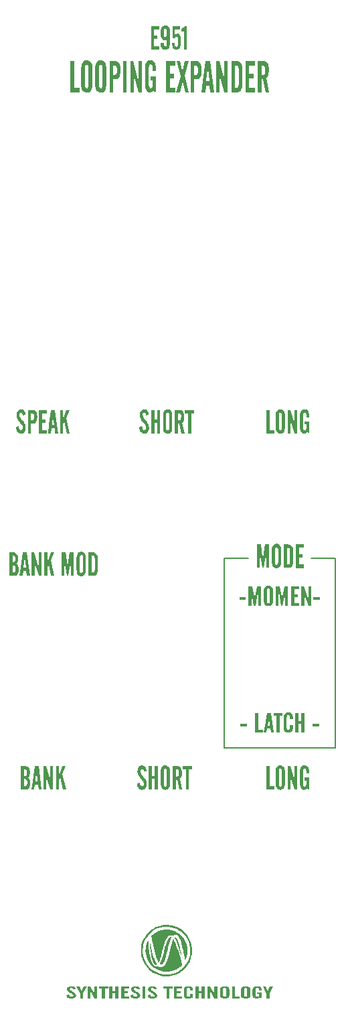
<source format=gto>
G04 #@! TF.GenerationSoftware,KiCad,Pcbnew,8.0.5*
G04 #@! TF.CreationDate,2024-10-06T19:07:26-05:00*
G04 #@! TF.ProjectId,Front Panel,46726f6e-7420-4506-916e-656c2e6b6963,rev?*
G04 #@! TF.SameCoordinates,Original*
G04 #@! TF.FileFunction,Legend,Top*
G04 #@! TF.FilePolarity,Positive*
%FSLAX46Y46*%
G04 Gerber Fmt 4.6, Leading zero omitted, Abs format (unit mm)*
G04 Created by KiCad (PCBNEW 8.0.5) date 2024-10-06 19:07:26*
%MOMM*%
%LPD*%
G01*
G04 APERTURE LIST*
%ADD10C,0.200000*%
%ADD11C,0.300000*%
%ADD12C,0.000000*%
G04 APERTURE END LIST*
D10*
X81000000Y-95000000D02*
X81000000Y-119000000D01*
X84000000Y-95000000D02*
X81000000Y-95000000D01*
X81000000Y-119000000D02*
X95000000Y-119000000D01*
X95000000Y-119000000D02*
X95000000Y-95000000D01*
X95000000Y-95000000D02*
X92000000Y-95000000D01*
D11*
G36*
X82887997Y-100255922D02*
G01*
X82887997Y-99982370D01*
X83708653Y-99982370D01*
X83708653Y-100255922D01*
X82887997Y-100255922D01*
G37*
G36*
X84050593Y-101037500D02*
G01*
X84050593Y-98575532D01*
X84551901Y-98575532D01*
X84802250Y-99948787D01*
X84821599Y-100080163D01*
X84831490Y-100209341D01*
X84834002Y-100321257D01*
X84838896Y-100190397D01*
X84851982Y-100062596D01*
X84868807Y-99952451D01*
X85108775Y-98575532D01*
X85613747Y-98575532D01*
X85613747Y-101037500D01*
X85267533Y-101037500D01*
X85267533Y-99481673D01*
X85271311Y-99356136D01*
X85279104Y-99234259D01*
X85289598Y-99105974D01*
X85294400Y-99053026D01*
X85273588Y-99179280D01*
X85253184Y-99300475D01*
X85234560Y-99401683D01*
X84921929Y-101037500D01*
X84732031Y-101037500D01*
X84432222Y-99390081D01*
X84411472Y-99268952D01*
X84403524Y-99221554D01*
X84383631Y-99100589D01*
X84382763Y-99095158D01*
X84372383Y-99038982D01*
X84383069Y-99163279D01*
X84391441Y-99290067D01*
X84396211Y-99414740D01*
X84396807Y-99470682D01*
X84396807Y-101037500D01*
X84050593Y-101037500D01*
G37*
G36*
X86698224Y-98507907D02*
G01*
X86822435Y-98544937D01*
X86929742Y-98608628D01*
X86991888Y-98665901D01*
X87067155Y-98770938D01*
X87117789Y-98896453D01*
X87142118Y-99025215D01*
X87147592Y-99132405D01*
X87147592Y-100400636D01*
X87140200Y-100535834D01*
X87118023Y-100656657D01*
X87074575Y-100777138D01*
X87002613Y-100890235D01*
X86993109Y-100901334D01*
X86896654Y-100986047D01*
X86780396Y-101043036D01*
X86660430Y-101070417D01*
X86560188Y-101076578D01*
X86426542Y-101065626D01*
X86296078Y-101027120D01*
X86186673Y-100960890D01*
X86125436Y-100901334D01*
X86052825Y-100790056D01*
X86008232Y-100669814D01*
X85984615Y-100548136D01*
X85975373Y-100411089D01*
X85975227Y-100390256D01*
X85975227Y-99121414D01*
X85976582Y-99102486D01*
X86366015Y-99102486D01*
X86366015Y-100468414D01*
X86381471Y-100592384D01*
X86450165Y-100694565D01*
X86561409Y-100724869D01*
X86680478Y-100688805D01*
X86744592Y-100580613D01*
X86756804Y-100468414D01*
X86756804Y-99102486D01*
X86741348Y-98979991D01*
X86664449Y-98873830D01*
X86561409Y-98849084D01*
X86442341Y-98884718D01*
X86378227Y-98991622D01*
X86366015Y-99102486D01*
X85976582Y-99102486D01*
X85985073Y-98983837D01*
X86014611Y-98861754D01*
X86071379Y-98742930D01*
X86132763Y-98664070D01*
X86231327Y-98583489D01*
X86349791Y-98529280D01*
X86471798Y-98503234D01*
X86573622Y-98497374D01*
X86698224Y-98507907D01*
G37*
G36*
X87487090Y-101037500D02*
G01*
X87487090Y-98575532D01*
X87988398Y-98575532D01*
X88238747Y-99948787D01*
X88258096Y-100080163D01*
X88267987Y-100209341D01*
X88270499Y-100321257D01*
X88275393Y-100190397D01*
X88288479Y-100062596D01*
X88305303Y-99952451D01*
X88545272Y-98575532D01*
X89050244Y-98575532D01*
X89050244Y-101037500D01*
X88704030Y-101037500D01*
X88704030Y-99481673D01*
X88707808Y-99356136D01*
X88715600Y-99234259D01*
X88726095Y-99105974D01*
X88730897Y-99053026D01*
X88710085Y-99179280D01*
X88689681Y-99300475D01*
X88671057Y-99401683D01*
X88358426Y-101037500D01*
X88168527Y-101037500D01*
X87868719Y-99390081D01*
X87847969Y-99268952D01*
X87840021Y-99221554D01*
X87820128Y-99100589D01*
X87819260Y-99095158D01*
X87808880Y-99038982D01*
X87819565Y-99163279D01*
X87827937Y-99290067D01*
X87832708Y-99414740D01*
X87833304Y-99470682D01*
X87833304Y-101037500D01*
X87487090Y-101037500D01*
G37*
G36*
X89450802Y-101076578D02*
G01*
X89450802Y-98575532D01*
X90447313Y-98575532D01*
X90447313Y-98927241D01*
X89841591Y-98927241D01*
X89841591Y-99591582D01*
X90271458Y-99591582D01*
X90271458Y-99943292D01*
X89841591Y-99943292D01*
X89841591Y-100685790D01*
X90447313Y-100685790D01*
X90447313Y-101076578D01*
X89450802Y-101076578D01*
G37*
G36*
X90737962Y-101037500D02*
G01*
X90737962Y-98575532D01*
X91073796Y-98575532D01*
X91568998Y-100046484D01*
X91606009Y-100167551D01*
X91638729Y-100287805D01*
X91644103Y-100308435D01*
X91624327Y-100187658D01*
X91608027Y-100060132D01*
X91603192Y-99976875D01*
X91603192Y-98575532D01*
X91949407Y-98575532D01*
X91949407Y-101037500D01*
X91603192Y-101037500D01*
X91125698Y-99677067D01*
X91085770Y-99557798D01*
X91051074Y-99440349D01*
X91043266Y-99409010D01*
X91063042Y-99541669D01*
X91078423Y-99664845D01*
X91084176Y-99750340D01*
X91084176Y-101037500D01*
X90737962Y-101037500D01*
G37*
G36*
X92262038Y-100255922D02*
G01*
X92262038Y-99982370D01*
X93082694Y-99982370D01*
X93082694Y-100255922D01*
X92262038Y-100255922D01*
G37*
G36*
X55886802Y-121300280D02*
G01*
X56014515Y-121334913D01*
X56137572Y-121403982D01*
X56228629Y-121492138D01*
X56308619Y-121617705D01*
X56362431Y-121768543D01*
X56388286Y-121923836D01*
X56394104Y-122053408D01*
X56384980Y-122208149D01*
X56351275Y-122371423D01*
X56292733Y-122516115D01*
X56209356Y-122642224D01*
X56134596Y-122720924D01*
X56236068Y-122808070D01*
X56327919Y-122938326D01*
X56383904Y-123074476D01*
X56418895Y-123233244D01*
X56432016Y-123382827D01*
X56433182Y-123447058D01*
X56426053Y-123615948D01*
X56404665Y-123764221D01*
X56362762Y-123908431D01*
X56293361Y-124038480D01*
X56284194Y-124050826D01*
X56187836Y-124144689D01*
X56065685Y-124207834D01*
X55935454Y-124238173D01*
X55824407Y-124245000D01*
X55260817Y-124245000D01*
X55260817Y-123822948D01*
X55651605Y-123822948D01*
X55810974Y-123822948D01*
X55933012Y-123780659D01*
X56009850Y-123653791D01*
X56038778Y-123491400D01*
X56042394Y-123389905D01*
X56034962Y-123236521D01*
X56004007Y-123090141D01*
X55979501Y-123037463D01*
X55875541Y-122949364D01*
X55770674Y-122931950D01*
X55651605Y-122931950D01*
X55651605Y-123822948D01*
X55260817Y-123822948D01*
X55260817Y-122509898D01*
X55651605Y-122509898D01*
X55796319Y-122509898D01*
X55914925Y-122456147D01*
X55948971Y-122405851D01*
X55992913Y-122260281D01*
X56003315Y-122107630D01*
X55993842Y-121955409D01*
X55952868Y-121816199D01*
X55945918Y-121804281D01*
X55842973Y-121723512D01*
X55767010Y-121712690D01*
X55651605Y-121712690D01*
X55651605Y-122509898D01*
X55260817Y-122509898D01*
X55260817Y-121290638D01*
X55760904Y-121290638D01*
X55886802Y-121300280D01*
G37*
G36*
X57877879Y-124268447D02*
G01*
X57485869Y-124268447D01*
X57408933Y-123635369D01*
X57024250Y-123635369D01*
X56943650Y-124268447D01*
X56568737Y-124268447D01*
X56712614Y-123213318D01*
X57073099Y-123213318D01*
X57363748Y-123213318D01*
X57233688Y-121961085D01*
X57209264Y-121961085D01*
X57073099Y-123213318D01*
X56712614Y-123213318D01*
X56974791Y-121290638D01*
X57471825Y-121290638D01*
X57877879Y-124268447D01*
G37*
G36*
X58094034Y-124245000D02*
G01*
X58094034Y-121290638D01*
X58429868Y-121290638D01*
X58925070Y-123055781D01*
X58962080Y-123201061D01*
X58994801Y-123345366D01*
X59000175Y-123370122D01*
X58980399Y-123225189D01*
X58964098Y-123072158D01*
X58959264Y-122972250D01*
X58959264Y-121290638D01*
X59305478Y-121290638D01*
X59305478Y-124245000D01*
X58959264Y-124245000D01*
X58481769Y-122612480D01*
X58441841Y-122469358D01*
X58407146Y-122328418D01*
X58399337Y-122290812D01*
X58419114Y-122450003D01*
X58434495Y-122597814D01*
X58440248Y-122700408D01*
X58440248Y-124245000D01*
X58094034Y-124245000D01*
G37*
G36*
X59696267Y-124245000D02*
G01*
X59696267Y-121290638D01*
X60087055Y-121290638D01*
X60087055Y-122537742D01*
X60123883Y-122395490D01*
X60139568Y-122345034D01*
X60517533Y-121290638D01*
X60895499Y-121290638D01*
X60471738Y-122298872D01*
X60944348Y-124245000D01*
X60548674Y-124245000D01*
X60226884Y-122759759D01*
X60087055Y-123093883D01*
X60087055Y-124245000D01*
X59696267Y-124245000D01*
G37*
G36*
X61506979Y-36160000D02*
G01*
X61506979Y-32220851D01*
X61975925Y-32220851D01*
X61975925Y-35597264D01*
X62679344Y-35597264D01*
X62679344Y-36160000D01*
X61506979Y-36160000D01*
G37*
G36*
X63746243Y-32112651D02*
G01*
X63895297Y-32171899D01*
X64024064Y-32273806D01*
X64098639Y-32365443D01*
X64188960Y-32533501D01*
X64249722Y-32734326D01*
X64278916Y-32940344D01*
X64285485Y-33111849D01*
X64285485Y-35141018D01*
X64276615Y-35357335D01*
X64250002Y-35550652D01*
X64197864Y-35743420D01*
X64111510Y-35924376D01*
X64100105Y-35942135D01*
X63984359Y-36077675D01*
X63844849Y-36168857D01*
X63700891Y-36212668D01*
X63580600Y-36222526D01*
X63420224Y-36205001D01*
X63263668Y-36143392D01*
X63132382Y-36037424D01*
X63058898Y-35942135D01*
X62971765Y-35764090D01*
X62918252Y-35571703D01*
X62889912Y-35377018D01*
X62878822Y-35157742D01*
X62878646Y-35124410D01*
X62878646Y-33094263D01*
X62880272Y-33063977D01*
X63347593Y-33063977D01*
X63347593Y-35249462D01*
X63366140Y-35447814D01*
X63448572Y-35611304D01*
X63582066Y-35659790D01*
X63724948Y-35602088D01*
X63801884Y-35428981D01*
X63816539Y-35249462D01*
X63816539Y-33063977D01*
X63797992Y-32867987D01*
X63705714Y-32698128D01*
X63582066Y-32658534D01*
X63439184Y-32715549D01*
X63362247Y-32886596D01*
X63347593Y-33063977D01*
X62880272Y-33063977D01*
X62890462Y-32874139D01*
X62925907Y-32678806D01*
X62994030Y-32488689D01*
X63067690Y-32362512D01*
X63185967Y-32233583D01*
X63328124Y-32146849D01*
X63474532Y-32105175D01*
X63596720Y-32095799D01*
X63746243Y-32112651D01*
G37*
G36*
X65513584Y-32112651D02*
G01*
X65662638Y-32171899D01*
X65791406Y-32273806D01*
X65865981Y-32365443D01*
X65956302Y-32533501D01*
X66017063Y-32734326D01*
X66046258Y-32940344D01*
X66052827Y-33111849D01*
X66052827Y-35141018D01*
X66043956Y-35357335D01*
X66017344Y-35550652D01*
X65965205Y-35743420D01*
X65878851Y-35924376D01*
X65867446Y-35942135D01*
X65751700Y-36077675D01*
X65612190Y-36168857D01*
X65468232Y-36212668D01*
X65347942Y-36222526D01*
X65187566Y-36205001D01*
X65031009Y-36143392D01*
X64899724Y-36037424D01*
X64826239Y-35942135D01*
X64739106Y-35764090D01*
X64685594Y-35571703D01*
X64657253Y-35377018D01*
X64646164Y-35157742D01*
X64645988Y-35124410D01*
X64645988Y-33094263D01*
X64647614Y-33063977D01*
X65114934Y-33063977D01*
X65114934Y-35249462D01*
X65133481Y-35447814D01*
X65215913Y-35611304D01*
X65349407Y-35659790D01*
X65492289Y-35602088D01*
X65569226Y-35428981D01*
X65583880Y-35249462D01*
X65583880Y-33063977D01*
X65565333Y-32867987D01*
X65473055Y-32698128D01*
X65349407Y-32658534D01*
X65206525Y-32715549D01*
X65129589Y-32886596D01*
X65114934Y-33063977D01*
X64647614Y-33063977D01*
X64657803Y-32874139D01*
X64693249Y-32678806D01*
X64761371Y-32488689D01*
X64835032Y-32362512D01*
X64953309Y-32233583D01*
X65095465Y-32146849D01*
X65241873Y-32105175D01*
X65364062Y-32095799D01*
X65513584Y-32112651D01*
G37*
G36*
X67298526Y-32233520D02*
G01*
X67452662Y-32279025D01*
X67595083Y-32369778D01*
X67694138Y-32485610D01*
X67777730Y-32660812D01*
X67829066Y-32860664D01*
X67856255Y-33069595D01*
X67866387Y-33273980D01*
X67867062Y-33347299D01*
X67861086Y-33549532D01*
X67839007Y-33763244D01*
X67800659Y-33953021D01*
X67736911Y-34140600D01*
X67697069Y-34222665D01*
X67592754Y-34373318D01*
X67456455Y-34482884D01*
X67298690Y-34531580D01*
X67247174Y-34534319D01*
X66929170Y-34534319D01*
X66929170Y-36191263D01*
X66460224Y-36191263D01*
X66460224Y-33971584D01*
X66929170Y-33971584D01*
X67113085Y-33971584D01*
X67261856Y-33933533D01*
X67340231Y-33836762D01*
X67383645Y-33649183D01*
X67397212Y-33439256D01*
X67398116Y-33356092D01*
X67390583Y-33153773D01*
X67356033Y-32957510D01*
X67334369Y-32904731D01*
X67202735Y-32797901D01*
X67095499Y-32783586D01*
X66929170Y-32783586D01*
X66929170Y-33971584D01*
X66460224Y-33971584D01*
X66460224Y-32220851D01*
X67142394Y-32220851D01*
X67298526Y-32233520D01*
G37*
G36*
X68160154Y-36160000D02*
G01*
X68160154Y-32220851D01*
X68629100Y-32220851D01*
X68629100Y-36160000D01*
X68160154Y-36160000D01*
G37*
G36*
X69083392Y-36160000D02*
G01*
X69083392Y-32220851D01*
X69486392Y-32220851D01*
X70080635Y-34574375D01*
X70125048Y-34768081D01*
X70164312Y-34960489D01*
X70170761Y-34993496D01*
X70147030Y-34800253D01*
X70127469Y-34596211D01*
X70121668Y-34463000D01*
X70121668Y-32220851D01*
X70537125Y-32220851D01*
X70537125Y-36160000D01*
X70121668Y-36160000D01*
X69548674Y-33983307D01*
X69500761Y-33792477D01*
X69459126Y-33604558D01*
X69449756Y-33554417D01*
X69473487Y-33766671D01*
X69491945Y-33963753D01*
X69498849Y-34100544D01*
X69498849Y-36160000D01*
X69083392Y-36160000D01*
G37*
G36*
X70959177Y-35124410D02*
G01*
X70959177Y-33094263D01*
X70970809Y-32874139D01*
X71005705Y-32678806D01*
X71072771Y-32488689D01*
X71145290Y-32362512D01*
X71262214Y-32233583D01*
X71402787Y-32146849D01*
X71547592Y-32105175D01*
X71668458Y-32095799D01*
X71820957Y-32111812D01*
X71982987Y-32176865D01*
X72113247Y-32291960D01*
X72211736Y-32457096D01*
X72278455Y-32672273D01*
X72308954Y-32880444D01*
X72319121Y-33120642D01*
X72319121Y-33487983D01*
X71903664Y-33487983D01*
X71903664Y-33067885D01*
X71884827Y-32870005D01*
X71801107Y-32706905D01*
X71665527Y-32658534D01*
X71520859Y-32715549D01*
X71442961Y-32886596D01*
X71428123Y-33063977D01*
X71428123Y-35249462D01*
X71446902Y-35447814D01*
X71530364Y-35611304D01*
X71665527Y-35659790D01*
X71810642Y-35603324D01*
X71888780Y-35433927D01*
X71903664Y-35258255D01*
X71903664Y-34659371D01*
X71623029Y-34659371D01*
X71623029Y-34153300D01*
X72319121Y-34153300D01*
X72319121Y-36135575D01*
X72113224Y-36135575D01*
X72030426Y-35851277D01*
X71947902Y-36013698D01*
X71832948Y-36140952D01*
X71694579Y-36209474D01*
X71589323Y-36222526D01*
X71428459Y-36200346D01*
X71290430Y-36133808D01*
X71163849Y-36007851D01*
X71121110Y-35942135D01*
X71042832Y-35764090D01*
X70994758Y-35571703D01*
X70969298Y-35377018D01*
X70959335Y-35157742D01*
X70959177Y-35124410D01*
G37*
G36*
X73605792Y-36222526D02*
G01*
X73605792Y-32220851D01*
X74801605Y-32220851D01*
X74801605Y-32783586D01*
X74074739Y-32783586D01*
X74074739Y-33846531D01*
X74590579Y-33846531D01*
X74590579Y-34409267D01*
X74074739Y-34409267D01*
X74074739Y-35597264D01*
X74801605Y-35597264D01*
X74801605Y-36222526D01*
X73605792Y-36222526D01*
G37*
G36*
X74907851Y-36160000D02*
G01*
X75449337Y-34157208D01*
X74915911Y-32220851D01*
X75390719Y-32220851D01*
X75667690Y-33381493D01*
X75688940Y-33381493D01*
X75982764Y-32220851D01*
X76448779Y-32220851D01*
X75932205Y-34106406D01*
X76494941Y-36160000D01*
X76016469Y-36160000D01*
X75718249Y-34876259D01*
X75701396Y-34876259D01*
X75378263Y-36160000D01*
X74907851Y-36160000D01*
G37*
G36*
X77553795Y-32233520D02*
G01*
X77707931Y-32279025D01*
X77850351Y-32369778D01*
X77949407Y-32485610D01*
X78032998Y-32660812D01*
X78084335Y-32860664D01*
X78111523Y-33069595D01*
X78121656Y-33273980D01*
X78122331Y-33347299D01*
X78116355Y-33549532D01*
X78094276Y-33763244D01*
X78055928Y-33953021D01*
X77992180Y-34140600D01*
X77952338Y-34222665D01*
X77848023Y-34373318D01*
X77711724Y-34482884D01*
X77553958Y-34531580D01*
X77502443Y-34534319D01*
X77184439Y-34534319D01*
X77184439Y-36191263D01*
X76715492Y-36191263D01*
X76715492Y-33971584D01*
X77184439Y-33971584D01*
X77368353Y-33971584D01*
X77517124Y-33933533D01*
X77595499Y-33836762D01*
X77638913Y-33649183D01*
X77652480Y-33439256D01*
X77653385Y-33356092D01*
X77645852Y-33153773D01*
X77611302Y-32957510D01*
X77589637Y-32904731D01*
X77458004Y-32797901D01*
X77350768Y-32783586D01*
X77184439Y-32783586D01*
X77184439Y-33971584D01*
X76715492Y-33971584D01*
X76715492Y-32220851D01*
X77397663Y-32220851D01*
X77553795Y-32233520D01*
G37*
G36*
X79680112Y-36191263D02*
G01*
X79209700Y-36191263D01*
X79117376Y-35347159D01*
X78655757Y-35347159D01*
X78559037Y-36191263D01*
X78109142Y-36191263D01*
X78281795Y-34784424D01*
X78714376Y-34784424D01*
X79063154Y-34784424D01*
X78907083Y-33114780D01*
X78877774Y-33114780D01*
X78714376Y-34784424D01*
X78281795Y-34784424D01*
X78596406Y-32220851D01*
X79192847Y-32220851D01*
X79680112Y-36191263D01*
G37*
G36*
X79939498Y-36160000D02*
G01*
X79939498Y-32220851D01*
X80342499Y-32220851D01*
X80936741Y-34574375D01*
X80981154Y-34768081D01*
X81020418Y-34960489D01*
X81026867Y-34993496D01*
X81003136Y-34800253D01*
X80983575Y-34596211D01*
X80977774Y-34463000D01*
X80977774Y-32220851D01*
X81393231Y-32220851D01*
X81393231Y-36160000D01*
X80977774Y-36160000D01*
X80404780Y-33983307D01*
X80356867Y-33792477D01*
X80315232Y-33604558D01*
X80305862Y-33554417D01*
X80329593Y-33766671D01*
X80348051Y-33963753D01*
X80354955Y-34100544D01*
X80354955Y-36160000D01*
X79939498Y-36160000D01*
G37*
G36*
X82678665Y-32233520D02*
G01*
X82835527Y-32279025D01*
X82982107Y-32369778D01*
X83085834Y-32485610D01*
X83174384Y-32657335D01*
X83228766Y-32848256D01*
X83257567Y-33044865D01*
X83268837Y-33269056D01*
X83269016Y-33303335D01*
X83269016Y-35060907D01*
X83262963Y-35263781D01*
X83240598Y-35473379D01*
X83194860Y-35677200D01*
X83117676Y-35860955D01*
X83096825Y-35895240D01*
X82983333Y-36023224D01*
X82836572Y-36109323D01*
X82678188Y-36150692D01*
X82542150Y-36160000D01*
X81862178Y-36160000D01*
X81862178Y-35597264D01*
X82331124Y-35597264D01*
X82561201Y-35597264D01*
X82706762Y-35538463D01*
X82785141Y-35362058D01*
X82800070Y-35179120D01*
X82800070Y-33258394D01*
X82780750Y-33058454D01*
X82712143Y-32899846D01*
X82581462Y-32805839D01*
X82435904Y-32783586D01*
X82331124Y-32783586D01*
X82331124Y-35597264D01*
X81862178Y-35597264D01*
X81862178Y-32220851D01*
X82520900Y-32220851D01*
X82678665Y-32233520D01*
G37*
G36*
X83667621Y-36222526D02*
G01*
X83667621Y-32220851D01*
X84863434Y-32220851D01*
X84863434Y-32783586D01*
X84136567Y-32783586D01*
X84136567Y-33846531D01*
X84652408Y-33846531D01*
X84652408Y-34409267D01*
X84136567Y-34409267D01*
X84136567Y-35597264D01*
X84863434Y-35597264D01*
X84863434Y-36222526D01*
X83667621Y-36222526D01*
G37*
G36*
X86050515Y-32233894D02*
G01*
X86204651Y-32280743D01*
X86347072Y-32374174D01*
X86446127Y-32493426D01*
X86529718Y-32673093D01*
X86581055Y-32877952D01*
X86608243Y-33092065D01*
X86618376Y-33301488D01*
X86619051Y-33376608D01*
X86613661Y-33573749D01*
X86595028Y-33767960D01*
X86555100Y-33966507D01*
X86550907Y-33981353D01*
X86481504Y-34157984D01*
X86382835Y-34305269D01*
X86327425Y-34363349D01*
X86665213Y-36191263D01*
X86188207Y-36191263D01*
X85903175Y-34534319D01*
X85681159Y-34534319D01*
X85681159Y-36191263D01*
X85212212Y-36191263D01*
X85212212Y-33971584D01*
X85681159Y-33971584D01*
X85865074Y-33971584D01*
X86011035Y-33933257D01*
X86090021Y-33835785D01*
X86135084Y-33646252D01*
X86149166Y-33434860D01*
X86150105Y-33351207D01*
X86142226Y-33152225D01*
X86106087Y-32958281D01*
X86083427Y-32905708D01*
X85952064Y-32798017D01*
X85847488Y-32783586D01*
X85681159Y-32783586D01*
X85681159Y-33971584D01*
X85212212Y-33971584D01*
X85212212Y-32220851D01*
X85894383Y-32220851D01*
X86050515Y-32233894D01*
G37*
G36*
X54648988Y-78449989D02*
G01*
X54995202Y-78383311D01*
X55004176Y-78532719D01*
X55044056Y-78683844D01*
X55138771Y-78795471D01*
X55250436Y-78822948D01*
X55371980Y-78795825D01*
X55437282Y-78746011D01*
X55501746Y-78614627D01*
X55508723Y-78538649D01*
X55487256Y-78392390D01*
X55453768Y-78304909D01*
X55386123Y-78176281D01*
X55353629Y-78129054D01*
X55264589Y-78019664D01*
X55172640Y-77909583D01*
X55163730Y-77898977D01*
X55073629Y-77790875D01*
X54982790Y-77678586D01*
X54907886Y-77580973D01*
X54833557Y-77461457D01*
X54769510Y-77326378D01*
X54756455Y-77294476D01*
X54712177Y-77151687D01*
X54690471Y-77005512D01*
X54688067Y-76936905D01*
X54698791Y-76784589D01*
X54736492Y-76629217D01*
X54801337Y-76490770D01*
X54859648Y-76407875D01*
X54961716Y-76305865D01*
X55074894Y-76237240D01*
X55199180Y-76202001D01*
X55273029Y-76196849D01*
X55399135Y-76212150D01*
X55524070Y-76265044D01*
X55633026Y-76355719D01*
X55662596Y-76390289D01*
X55738620Y-76510749D01*
X55793586Y-76654509D01*
X55824765Y-76801856D01*
X55837230Y-76924448D01*
X55477582Y-76987463D01*
X55468583Y-76836315D01*
X55430565Y-76704630D01*
X55323023Y-76623003D01*
X55280356Y-76618900D01*
X55160396Y-76664517D01*
X55134421Y-76693639D01*
X55083251Y-76827276D01*
X55078856Y-76894406D01*
X55099090Y-77045711D01*
X55136253Y-77150129D01*
X55200739Y-77277821D01*
X55249826Y-77353094D01*
X55339771Y-77467649D01*
X55430217Y-77578795D01*
X55447662Y-77600024D01*
X55533624Y-77707014D01*
X55617888Y-77818022D01*
X55672366Y-77896046D01*
X55743501Y-78024091D01*
X55797230Y-78158669D01*
X55804257Y-78179612D01*
X55840629Y-78322094D01*
X55858458Y-78474493D01*
X55860433Y-78548175D01*
X55849900Y-78703605D01*
X55812870Y-78861166D01*
X55749178Y-79000411D01*
X55691905Y-79083066D01*
X55590202Y-79184013D01*
X55474684Y-79251923D01*
X55345353Y-79286796D01*
X55267533Y-79291894D01*
X55133848Y-79278018D01*
X55014284Y-79236390D01*
X54896652Y-79156386D01*
X54817516Y-79069877D01*
X54743785Y-78947878D01*
X54691120Y-78803897D01*
X54662319Y-78659881D01*
X54649647Y-78499036D01*
X54648988Y-78449989D01*
G37*
G36*
X56835012Y-76300140D02*
G01*
X56963459Y-76334269D01*
X57082143Y-76402333D01*
X57164690Y-76489207D01*
X57234349Y-76620609D01*
X57277129Y-76770498D01*
X57299786Y-76927196D01*
X57308230Y-77080485D01*
X57308793Y-77135474D01*
X57303813Y-77287149D01*
X57285413Y-77447433D01*
X57253457Y-77589766D01*
X57200334Y-77730450D01*
X57167132Y-77791999D01*
X57080203Y-77904989D01*
X56966620Y-77987163D01*
X56835149Y-78023685D01*
X56792219Y-78025739D01*
X56527216Y-78025739D01*
X56527216Y-79268447D01*
X56136427Y-79268447D01*
X56136427Y-77603688D01*
X56527216Y-77603688D01*
X56680478Y-77603688D01*
X56804454Y-77575150D01*
X56869766Y-77502571D01*
X56905945Y-77361887D01*
X56917251Y-77204442D01*
X56918004Y-77142069D01*
X56911727Y-76990329D01*
X56882935Y-76843133D01*
X56864881Y-76803548D01*
X56755187Y-76723426D01*
X56665824Y-76712690D01*
X56527216Y-76712690D01*
X56527216Y-77603688D01*
X56136427Y-77603688D01*
X56136427Y-76290638D01*
X56704902Y-76290638D01*
X56835012Y-76300140D01*
G37*
G36*
X57553036Y-79291894D02*
G01*
X57553036Y-76290638D01*
X58549546Y-76290638D01*
X58549546Y-76712690D01*
X57943824Y-76712690D01*
X57943824Y-77509898D01*
X58373692Y-77509898D01*
X58373692Y-77931950D01*
X57943824Y-77931950D01*
X57943824Y-78822948D01*
X58549546Y-78822948D01*
X58549546Y-79291894D01*
X57553036Y-79291894D01*
G37*
G36*
X59974703Y-79268447D02*
G01*
X59582694Y-79268447D01*
X59505757Y-78635369D01*
X59121075Y-78635369D01*
X59040475Y-79268447D01*
X58665562Y-79268447D01*
X58809439Y-78213318D01*
X59169923Y-78213318D01*
X59460572Y-78213318D01*
X59330513Y-76961085D01*
X59306089Y-76961085D01*
X59169923Y-78213318D01*
X58809439Y-78213318D01*
X59071616Y-76290638D01*
X59568650Y-76290638D01*
X59974703Y-79268447D01*
G37*
G36*
X60190858Y-79245000D02*
G01*
X60190858Y-76290638D01*
X60581647Y-76290638D01*
X60581647Y-77537742D01*
X60618474Y-77395490D01*
X60634159Y-77345034D01*
X61012125Y-76290638D01*
X61390091Y-76290638D01*
X60966329Y-77298872D01*
X61438939Y-79245000D01*
X61043266Y-79245000D01*
X60721476Y-77759759D01*
X60581647Y-78093883D01*
X60581647Y-79245000D01*
X60190858Y-79245000D01*
G37*
G36*
X70242324Y-78449989D02*
G01*
X70588538Y-78383311D01*
X70597512Y-78532719D01*
X70637392Y-78683844D01*
X70732107Y-78795471D01*
X70843772Y-78822948D01*
X70965316Y-78795825D01*
X71030618Y-78746011D01*
X71095082Y-78614627D01*
X71102059Y-78538649D01*
X71080592Y-78392390D01*
X71047104Y-78304909D01*
X70979459Y-78176281D01*
X70946965Y-78129054D01*
X70857925Y-78019664D01*
X70765976Y-77909583D01*
X70757066Y-77898977D01*
X70666965Y-77790875D01*
X70576126Y-77678586D01*
X70501222Y-77580973D01*
X70426893Y-77461457D01*
X70362846Y-77326378D01*
X70349791Y-77294476D01*
X70305513Y-77151687D01*
X70283807Y-77005512D01*
X70281403Y-76936905D01*
X70292127Y-76784589D01*
X70329828Y-76629217D01*
X70394673Y-76490770D01*
X70452984Y-76407875D01*
X70555052Y-76305865D01*
X70668230Y-76237240D01*
X70792516Y-76202001D01*
X70866365Y-76196849D01*
X70992471Y-76212150D01*
X71117406Y-76265044D01*
X71226362Y-76355719D01*
X71255932Y-76390289D01*
X71331956Y-76510749D01*
X71386922Y-76654509D01*
X71418101Y-76801856D01*
X71430566Y-76924448D01*
X71070918Y-76987463D01*
X71061919Y-76836315D01*
X71023901Y-76704630D01*
X70916359Y-76623003D01*
X70873692Y-76618900D01*
X70753732Y-76664517D01*
X70727757Y-76693639D01*
X70676587Y-76827276D01*
X70672192Y-76894406D01*
X70692426Y-77045711D01*
X70729589Y-77150129D01*
X70794075Y-77277821D01*
X70843162Y-77353094D01*
X70933107Y-77467649D01*
X71023553Y-77578795D01*
X71040998Y-77600024D01*
X71126960Y-77707014D01*
X71211224Y-77818022D01*
X71265702Y-77896046D01*
X71336837Y-78024091D01*
X71390566Y-78158669D01*
X71397593Y-78179612D01*
X71433965Y-78322094D01*
X71451794Y-78474493D01*
X71453769Y-78548175D01*
X71443236Y-78703605D01*
X71406206Y-78861166D01*
X71342514Y-79000411D01*
X71285241Y-79083066D01*
X71183538Y-79184013D01*
X71068020Y-79251923D01*
X70938689Y-79286796D01*
X70860869Y-79291894D01*
X70727184Y-79278018D01*
X70607620Y-79236390D01*
X70489988Y-79156386D01*
X70410852Y-79069877D01*
X70337121Y-78947878D01*
X70284456Y-78803897D01*
X70255655Y-78659881D01*
X70242983Y-78499036D01*
X70242324Y-78449989D01*
G37*
G36*
X71729763Y-76290638D02*
G01*
X72120552Y-76290638D01*
X72120552Y-77509898D01*
X72472261Y-77509898D01*
X72472261Y-76290638D01*
X72863050Y-76290638D01*
X72863050Y-79245000D01*
X72472261Y-79245000D01*
X72472261Y-77931950D01*
X72120552Y-77931950D01*
X72120552Y-79245000D01*
X71729763Y-79245000D01*
X71729763Y-76290638D01*
G37*
G36*
X73945084Y-76209488D02*
G01*
X74069295Y-76253924D01*
X74176602Y-76330354D01*
X74238748Y-76399082D01*
X74314015Y-76525125D01*
X74364650Y-76675744D01*
X74388979Y-76830258D01*
X74394453Y-76958886D01*
X74394453Y-78480764D01*
X74387060Y-78643001D01*
X74364883Y-78787989D01*
X74321435Y-78932565D01*
X74249473Y-79068282D01*
X74239969Y-79081601D01*
X74143514Y-79183256D01*
X74027256Y-79251643D01*
X73907291Y-79284501D01*
X73807049Y-79291894D01*
X73673402Y-79278751D01*
X73542938Y-79232544D01*
X73433534Y-79153068D01*
X73372296Y-79081601D01*
X73299685Y-78948068D01*
X73255092Y-78803777D01*
X73231475Y-78657763D01*
X73222234Y-78493307D01*
X73222087Y-78468307D01*
X73222087Y-76945697D01*
X73223442Y-76922983D01*
X73612876Y-76922983D01*
X73612876Y-78562096D01*
X73628331Y-78710860D01*
X73697025Y-78833478D01*
X73808270Y-78869842D01*
X73927338Y-78826566D01*
X73991452Y-78696735D01*
X74003664Y-78562096D01*
X74003664Y-76922983D01*
X73988208Y-76775990D01*
X73911310Y-76648596D01*
X73808270Y-76618900D01*
X73689201Y-76661662D01*
X73625088Y-76789947D01*
X73612876Y-76922983D01*
X73223442Y-76922983D01*
X73231933Y-76780604D01*
X73261471Y-76634105D01*
X73318240Y-76491517D01*
X73379624Y-76396884D01*
X73478188Y-76300187D01*
X73596651Y-76235137D01*
X73718658Y-76203881D01*
X73820482Y-76196849D01*
X73945084Y-76209488D01*
G37*
G36*
X75432535Y-76300420D02*
G01*
X75560982Y-76335557D01*
X75679666Y-76405631D01*
X75762213Y-76495069D01*
X75831872Y-76629820D01*
X75874653Y-76783464D01*
X75897309Y-76944049D01*
X75905753Y-77101116D01*
X75906316Y-77157456D01*
X75901824Y-77305312D01*
X75886296Y-77450970D01*
X75853023Y-77599880D01*
X75849529Y-77611015D01*
X75791693Y-77743488D01*
X75709469Y-77853952D01*
X75663294Y-77897512D01*
X75944784Y-79268447D01*
X75547279Y-79268447D01*
X75309753Y-78025739D01*
X75124739Y-78025739D01*
X75124739Y-79268447D01*
X74733950Y-79268447D01*
X74733950Y-77603688D01*
X75124739Y-77603688D01*
X75278001Y-77603688D01*
X75399635Y-77574943D01*
X75465457Y-77501838D01*
X75503010Y-77359689D01*
X75514745Y-77201145D01*
X75515527Y-77138405D01*
X75508961Y-76989169D01*
X75478846Y-76843711D01*
X75459962Y-76804281D01*
X75350493Y-76723512D01*
X75263347Y-76712690D01*
X75124739Y-76712690D01*
X75124739Y-77603688D01*
X74733950Y-77603688D01*
X74733950Y-76290638D01*
X75302425Y-76290638D01*
X75432535Y-76300420D01*
G37*
G36*
X75996686Y-76712690D02*
G01*
X75996686Y-76290638D01*
X77169051Y-76290638D01*
X77169051Y-76712690D01*
X76778263Y-76712690D01*
X76778263Y-79268447D01*
X76387474Y-79268447D01*
X76387474Y-76712690D01*
X75996686Y-76712690D01*
G37*
G36*
X54416286Y-94300280D02*
G01*
X54543998Y-94334913D01*
X54667056Y-94403982D01*
X54758113Y-94492138D01*
X54838103Y-94617705D01*
X54891914Y-94768543D01*
X54917770Y-94923836D01*
X54923587Y-95053408D01*
X54914464Y-95208149D01*
X54880758Y-95371423D01*
X54822217Y-95516115D01*
X54738840Y-95642224D01*
X54664079Y-95720924D01*
X54765552Y-95808070D01*
X54857403Y-95938326D01*
X54913388Y-96074476D01*
X54948378Y-96233244D01*
X54961500Y-96382827D01*
X54962666Y-96447058D01*
X54955537Y-96615948D01*
X54934149Y-96764221D01*
X54892246Y-96908431D01*
X54822844Y-97038480D01*
X54813678Y-97050826D01*
X54717320Y-97144689D01*
X54595169Y-97207834D01*
X54464938Y-97238173D01*
X54353891Y-97245000D01*
X53790300Y-97245000D01*
X53790300Y-96822948D01*
X54181089Y-96822948D01*
X54340457Y-96822948D01*
X54462495Y-96780659D01*
X54539334Y-96653791D01*
X54568262Y-96491400D01*
X54571878Y-96389905D01*
X54564446Y-96236521D01*
X54533491Y-96090141D01*
X54508985Y-96037463D01*
X54405024Y-95949364D01*
X54300157Y-95931950D01*
X54181089Y-95931950D01*
X54181089Y-96822948D01*
X53790300Y-96822948D01*
X53790300Y-95509898D01*
X54181089Y-95509898D01*
X54325803Y-95509898D01*
X54444409Y-95456147D01*
X54478455Y-95405851D01*
X54522397Y-95260281D01*
X54532799Y-95107630D01*
X54523326Y-94955409D01*
X54482352Y-94816199D01*
X54475402Y-94804281D01*
X54372457Y-94723512D01*
X54296494Y-94712690D01*
X54181089Y-94712690D01*
X54181089Y-95509898D01*
X53790300Y-95509898D01*
X53790300Y-94290638D01*
X54290388Y-94290638D01*
X54416286Y-94300280D01*
G37*
G36*
X56407363Y-97268447D02*
G01*
X56015353Y-97268447D01*
X55938416Y-96635369D01*
X55553734Y-96635369D01*
X55473134Y-97268447D01*
X55098221Y-97268447D01*
X55242098Y-96213318D01*
X55602582Y-96213318D01*
X55893231Y-96213318D01*
X55763172Y-94961085D01*
X55738748Y-94961085D01*
X55602582Y-96213318D01*
X55242098Y-96213318D01*
X55504275Y-94290638D01*
X56001309Y-94290638D01*
X56407363Y-97268447D01*
G37*
G36*
X56623517Y-97245000D02*
G01*
X56623517Y-94290638D01*
X56959351Y-94290638D01*
X57454554Y-96055781D01*
X57491564Y-96201061D01*
X57524285Y-96345366D01*
X57529658Y-96370122D01*
X57509882Y-96225189D01*
X57493582Y-96072158D01*
X57488748Y-95972250D01*
X57488748Y-94290638D01*
X57834962Y-94290638D01*
X57834962Y-97245000D01*
X57488748Y-97245000D01*
X57011253Y-95612480D01*
X56971325Y-95469358D01*
X56936630Y-95328418D01*
X56928821Y-95290812D01*
X56948597Y-95450003D01*
X56963979Y-95597814D01*
X56969732Y-95700408D01*
X56969732Y-97245000D01*
X56623517Y-97245000D01*
G37*
G36*
X58225751Y-97245000D02*
G01*
X58225751Y-94290638D01*
X58616539Y-94290638D01*
X58616539Y-95537742D01*
X58653366Y-95395490D01*
X58669051Y-95345034D01*
X59047017Y-94290638D01*
X59424983Y-94290638D01*
X59001222Y-95298872D01*
X59473832Y-97245000D01*
X59078158Y-97245000D01*
X58756368Y-95759759D01*
X58616539Y-96093883D01*
X58616539Y-97245000D01*
X58225751Y-97245000D01*
G37*
G36*
X60370203Y-97245000D02*
G01*
X60370203Y-94290638D01*
X60871511Y-94290638D01*
X61121860Y-95938545D01*
X61141209Y-96096196D01*
X61151100Y-96251209D01*
X61153612Y-96385509D01*
X61158506Y-96228476D01*
X61171592Y-96075115D01*
X61188416Y-95942941D01*
X61428385Y-94290638D01*
X61933357Y-94290638D01*
X61933357Y-97245000D01*
X61587143Y-97245000D01*
X61587143Y-95378007D01*
X61590921Y-95227363D01*
X61598713Y-95081110D01*
X61609208Y-94927169D01*
X61614009Y-94863632D01*
X61593198Y-95015136D01*
X61572793Y-95160570D01*
X61554170Y-95282020D01*
X61241539Y-97245000D01*
X61051640Y-97245000D01*
X60751832Y-95268098D01*
X60731082Y-95122743D01*
X60723134Y-95065865D01*
X60703241Y-94920707D01*
X60702373Y-94914190D01*
X60691993Y-94846779D01*
X60702678Y-94995935D01*
X60711050Y-95148080D01*
X60715821Y-95297688D01*
X60716417Y-95364818D01*
X60716417Y-97245000D01*
X60370203Y-97245000D01*
G37*
G36*
X63017833Y-94209488D02*
G01*
X63142045Y-94253924D01*
X63249351Y-94330354D01*
X63311497Y-94399082D01*
X63386765Y-94525125D01*
X63437399Y-94675744D01*
X63461728Y-94830258D01*
X63467202Y-94958886D01*
X63467202Y-96480764D01*
X63459810Y-96643001D01*
X63437633Y-96787989D01*
X63394184Y-96932565D01*
X63322223Y-97068282D01*
X63312718Y-97081601D01*
X63216263Y-97183256D01*
X63100005Y-97251643D01*
X62980040Y-97284501D01*
X62879798Y-97291894D01*
X62746151Y-97278751D01*
X62615688Y-97232544D01*
X62506283Y-97153068D01*
X62445046Y-97081601D01*
X62372435Y-96948068D01*
X62327841Y-96803777D01*
X62304224Y-96657763D01*
X62294983Y-96493307D01*
X62294836Y-96468307D01*
X62294836Y-94945697D01*
X62296191Y-94922983D01*
X62685625Y-94922983D01*
X62685625Y-96562096D01*
X62701081Y-96710860D01*
X62769774Y-96833478D01*
X62881019Y-96869842D01*
X63000088Y-96826566D01*
X63064201Y-96696735D01*
X63076414Y-96562096D01*
X63076414Y-94922983D01*
X63060958Y-94775990D01*
X62984059Y-94648596D01*
X62881019Y-94618900D01*
X62761951Y-94661662D01*
X62697837Y-94789947D01*
X62685625Y-94922983D01*
X62296191Y-94922983D01*
X62304682Y-94780604D01*
X62334221Y-94634105D01*
X62390989Y-94491517D01*
X62452373Y-94396884D01*
X62550937Y-94300187D01*
X62669401Y-94235137D01*
X62791408Y-94203881D01*
X62893231Y-94196849D01*
X63017833Y-94209488D01*
G37*
G36*
X64487106Y-94300140D02*
G01*
X64617824Y-94334269D01*
X64739974Y-94402333D01*
X64826414Y-94489207D01*
X64900205Y-94618001D01*
X64945524Y-94761192D01*
X64969525Y-94908649D01*
X64978916Y-95076792D01*
X64979065Y-95102501D01*
X64979065Y-96420680D01*
X64974021Y-96572836D01*
X64955383Y-96730034D01*
X64917268Y-96882900D01*
X64852949Y-97020716D01*
X64835573Y-97046430D01*
X64740996Y-97142418D01*
X64618695Y-97206992D01*
X64486708Y-97238019D01*
X64373343Y-97245000D01*
X63806700Y-97245000D01*
X63806700Y-96822948D01*
X64197488Y-96822948D01*
X64389219Y-96822948D01*
X64510520Y-96778847D01*
X64575836Y-96646543D01*
X64588277Y-96509340D01*
X64588277Y-95068796D01*
X64572177Y-94918840D01*
X64515004Y-94799884D01*
X64406104Y-94729379D01*
X64284805Y-94712690D01*
X64197488Y-94712690D01*
X64197488Y-96822948D01*
X63806700Y-96822948D01*
X63806700Y-94290638D01*
X64355635Y-94290638D01*
X64487106Y-94300140D01*
G37*
G36*
X86338974Y-79245000D02*
G01*
X86338974Y-76290638D01*
X86729762Y-76290638D01*
X86729762Y-78822948D01*
X87315945Y-78822948D01*
X87315945Y-79245000D01*
X86338974Y-79245000D01*
G37*
G36*
X88205027Y-76209488D02*
G01*
X88329239Y-76253924D01*
X88436545Y-76330354D01*
X88498691Y-76399082D01*
X88573959Y-76525125D01*
X88624593Y-76675744D01*
X88648922Y-76830258D01*
X88654396Y-76958886D01*
X88654396Y-78480764D01*
X88647004Y-78643001D01*
X88624827Y-78787989D01*
X88581378Y-78932565D01*
X88509417Y-79068282D01*
X88499912Y-79081601D01*
X88403457Y-79183256D01*
X88287199Y-79251643D01*
X88167234Y-79284501D01*
X88066992Y-79291894D01*
X87933345Y-79278751D01*
X87802882Y-79232544D01*
X87693477Y-79153068D01*
X87632240Y-79081601D01*
X87559629Y-78948068D01*
X87515035Y-78803777D01*
X87491418Y-78657763D01*
X87482177Y-78493307D01*
X87482030Y-78468307D01*
X87482030Y-76945697D01*
X87483385Y-76922983D01*
X87872819Y-76922983D01*
X87872819Y-78562096D01*
X87888275Y-78710860D01*
X87956968Y-78833478D01*
X88068213Y-78869842D01*
X88187282Y-78826566D01*
X88251395Y-78696735D01*
X88263607Y-78562096D01*
X88263607Y-76922983D01*
X88248151Y-76775990D01*
X88171253Y-76648596D01*
X88068213Y-76618900D01*
X87949145Y-76661662D01*
X87885031Y-76789947D01*
X87872819Y-76922983D01*
X87483385Y-76922983D01*
X87491876Y-76780604D01*
X87521414Y-76634105D01*
X87578183Y-76491517D01*
X87639567Y-76396884D01*
X87738131Y-76300187D01*
X87856595Y-76235137D01*
X87978602Y-76203881D01*
X88080425Y-76196849D01*
X88205027Y-76209488D01*
G37*
G36*
X88993894Y-79245000D02*
G01*
X88993894Y-76290638D01*
X89329727Y-76290638D01*
X89824930Y-78055781D01*
X89861940Y-78201061D01*
X89894661Y-78345366D01*
X89900034Y-78370122D01*
X89880258Y-78225189D01*
X89863958Y-78072158D01*
X89859124Y-77972250D01*
X89859124Y-76290638D01*
X90205338Y-76290638D01*
X90205338Y-79245000D01*
X89859124Y-79245000D01*
X89381629Y-77612480D01*
X89341701Y-77469358D01*
X89307006Y-77328418D01*
X89299197Y-77290812D01*
X89318973Y-77450003D01*
X89334355Y-77597814D01*
X89340108Y-77700408D01*
X89340108Y-79245000D01*
X88993894Y-79245000D01*
G37*
G36*
X90557048Y-78468307D02*
G01*
X90557048Y-76945697D01*
X90566741Y-76780604D01*
X90595821Y-76634105D01*
X90651710Y-76491517D01*
X90712142Y-76396884D01*
X90809579Y-76300187D01*
X90926723Y-76235137D01*
X91047394Y-76203881D01*
X91148115Y-76196849D01*
X91275198Y-76208859D01*
X91410223Y-76257649D01*
X91518773Y-76343970D01*
X91600847Y-76467822D01*
X91656446Y-76629204D01*
X91681862Y-76785333D01*
X91690335Y-76965481D01*
X91690335Y-77240987D01*
X91344120Y-77240987D01*
X91344120Y-76925914D01*
X91328423Y-76777504D01*
X91258656Y-76655178D01*
X91145673Y-76618900D01*
X91025116Y-76661662D01*
X90960201Y-76789947D01*
X90947836Y-76922983D01*
X90947836Y-78562096D01*
X90963485Y-78710860D01*
X91033037Y-78833478D01*
X91145673Y-78869842D01*
X91266602Y-78827493D01*
X91331717Y-78700445D01*
X91344120Y-78568691D01*
X91344120Y-78119528D01*
X91110258Y-78119528D01*
X91110258Y-77739975D01*
X91690335Y-77739975D01*
X91690335Y-79226681D01*
X91518754Y-79226681D01*
X91449755Y-79013457D01*
X91380986Y-79135273D01*
X91285191Y-79230714D01*
X91169883Y-79282105D01*
X91082170Y-79291894D01*
X90948116Y-79275260D01*
X90833092Y-79225356D01*
X90727607Y-79130888D01*
X90691992Y-79081601D01*
X90626760Y-78948068D01*
X90586699Y-78803777D01*
X90565482Y-78657763D01*
X90557180Y-78493307D01*
X90557048Y-78468307D01*
G37*
G36*
X69953071Y-123449989D02*
G01*
X70299285Y-123383311D01*
X70308258Y-123532719D01*
X70348138Y-123683844D01*
X70442854Y-123795471D01*
X70554519Y-123822948D01*
X70676063Y-123795825D01*
X70741365Y-123746011D01*
X70805829Y-123614627D01*
X70812806Y-123538649D01*
X70791339Y-123392390D01*
X70757851Y-123304909D01*
X70690206Y-123176281D01*
X70657712Y-123129054D01*
X70568672Y-123019664D01*
X70476723Y-122909583D01*
X70467813Y-122898977D01*
X70377712Y-122790875D01*
X70286873Y-122678586D01*
X70211968Y-122580973D01*
X70137640Y-122461457D01*
X70073593Y-122326378D01*
X70060538Y-122294476D01*
X70016259Y-122151687D01*
X69994554Y-122005512D01*
X69992150Y-121936905D01*
X70002874Y-121784589D01*
X70040574Y-121629217D01*
X70105420Y-121490770D01*
X70163730Y-121407875D01*
X70265799Y-121305865D01*
X70378977Y-121237240D01*
X70503263Y-121202001D01*
X70577111Y-121196849D01*
X70703217Y-121212150D01*
X70828153Y-121265044D01*
X70937108Y-121355719D01*
X70966679Y-121390289D01*
X71042703Y-121510749D01*
X71097668Y-121654509D01*
X71128847Y-121801856D01*
X71141312Y-121924448D01*
X70781665Y-121987463D01*
X70772665Y-121836315D01*
X70734648Y-121704630D01*
X70627106Y-121623003D01*
X70584439Y-121618900D01*
X70464479Y-121664517D01*
X70438504Y-121693639D01*
X70387334Y-121827276D01*
X70382938Y-121894406D01*
X70403173Y-122045711D01*
X70440335Y-122150129D01*
X70504821Y-122277821D01*
X70553908Y-122353094D01*
X70643854Y-122467649D01*
X70734300Y-122578795D01*
X70751745Y-122600024D01*
X70837707Y-122707014D01*
X70921971Y-122818022D01*
X70976448Y-122896046D01*
X71047584Y-123024091D01*
X71101313Y-123158669D01*
X71108340Y-123179612D01*
X71144711Y-123322094D01*
X71162540Y-123474493D01*
X71164515Y-123548175D01*
X71153982Y-123703605D01*
X71116952Y-123861166D01*
X71053261Y-124000411D01*
X70995988Y-124083066D01*
X70894284Y-124184013D01*
X70778767Y-124251923D01*
X70649436Y-124286796D01*
X70571616Y-124291894D01*
X70437931Y-124278018D01*
X70318367Y-124236390D01*
X70200735Y-124156386D01*
X70121598Y-124069877D01*
X70047868Y-123947878D01*
X69995203Y-123803897D01*
X69966402Y-123659881D01*
X69953729Y-123499036D01*
X69953071Y-123449989D01*
G37*
G36*
X71440510Y-121290638D02*
G01*
X71831298Y-121290638D01*
X71831298Y-122509898D01*
X72183008Y-122509898D01*
X72183008Y-121290638D01*
X72573797Y-121290638D01*
X72573797Y-124245000D01*
X72183008Y-124245000D01*
X72183008Y-122931950D01*
X71831298Y-122931950D01*
X71831298Y-124245000D01*
X71440510Y-124245000D01*
X71440510Y-121290638D01*
G37*
G36*
X73655831Y-121209488D02*
G01*
X73780042Y-121253924D01*
X73887349Y-121330354D01*
X73949494Y-121399082D01*
X74024762Y-121525125D01*
X74075396Y-121675744D01*
X74099725Y-121830258D01*
X74105199Y-121958886D01*
X74105199Y-123480764D01*
X74097807Y-123643001D01*
X74075630Y-123787989D01*
X74032182Y-123932565D01*
X73960220Y-124068282D01*
X73950716Y-124081601D01*
X73854261Y-124183256D01*
X73738003Y-124251643D01*
X73618037Y-124284501D01*
X73517795Y-124291894D01*
X73384149Y-124278751D01*
X73253685Y-124232544D01*
X73144280Y-124153068D01*
X73083043Y-124081601D01*
X73010432Y-123948068D01*
X72965839Y-123803777D01*
X72942222Y-123657763D01*
X72932980Y-123493307D01*
X72932834Y-123468307D01*
X72932834Y-121945697D01*
X72934189Y-121922983D01*
X73323622Y-121922983D01*
X73323622Y-123562096D01*
X73339078Y-123710860D01*
X73407771Y-123833478D01*
X73519016Y-123869842D01*
X73638085Y-123826566D01*
X73702199Y-123696735D01*
X73714411Y-123562096D01*
X73714411Y-121922983D01*
X73698955Y-121775990D01*
X73622056Y-121648596D01*
X73519016Y-121618900D01*
X73399948Y-121661662D01*
X73335834Y-121789947D01*
X73323622Y-121922983D01*
X72934189Y-121922983D01*
X72942680Y-121780604D01*
X72972218Y-121634105D01*
X73028986Y-121491517D01*
X73090370Y-121396884D01*
X73188934Y-121300187D01*
X73307398Y-121235137D01*
X73429405Y-121203881D01*
X73531229Y-121196849D01*
X73655831Y-121209488D01*
G37*
G36*
X75143282Y-121300420D02*
G01*
X75271729Y-121335557D01*
X75390413Y-121405631D01*
X75472959Y-121495069D01*
X75542619Y-121629820D01*
X75585399Y-121783464D01*
X75608056Y-121944049D01*
X75616500Y-122101116D01*
X75617063Y-122157456D01*
X75612571Y-122305312D01*
X75597043Y-122450970D01*
X75563770Y-122599880D01*
X75560276Y-122611015D01*
X75502440Y-122743488D01*
X75420216Y-122853952D01*
X75374041Y-122897512D01*
X75655531Y-124268447D01*
X75258026Y-124268447D01*
X75020499Y-123025739D01*
X74835485Y-123025739D01*
X74835485Y-124268447D01*
X74444697Y-124268447D01*
X74444697Y-122603688D01*
X74835485Y-122603688D01*
X74988748Y-122603688D01*
X75110382Y-122574943D01*
X75176204Y-122501838D01*
X75213757Y-122359689D01*
X75225492Y-122201145D01*
X75226274Y-122138405D01*
X75219708Y-121989169D01*
X75189592Y-121843711D01*
X75170709Y-121804281D01*
X75061240Y-121723512D01*
X74974093Y-121712690D01*
X74835485Y-121712690D01*
X74835485Y-122603688D01*
X74444697Y-122603688D01*
X74444697Y-121290638D01*
X75013172Y-121290638D01*
X75143282Y-121300420D01*
G37*
G36*
X75707432Y-121712690D02*
G01*
X75707432Y-121290638D01*
X76879798Y-121290638D01*
X76879798Y-121712690D01*
X76489009Y-121712690D01*
X76489009Y-124268447D01*
X76098221Y-124268447D01*
X76098221Y-121712690D01*
X75707432Y-121712690D01*
G37*
G36*
X61017271Y-150224994D02*
G01*
X61363485Y-150191655D01*
X61372459Y-150266359D01*
X61412339Y-150341922D01*
X61507054Y-150397735D01*
X61618719Y-150411474D01*
X61740263Y-150397912D01*
X61805565Y-150373005D01*
X61870029Y-150307313D01*
X61877006Y-150269324D01*
X61855539Y-150196195D01*
X61822051Y-150152454D01*
X61754406Y-150088140D01*
X61721912Y-150064527D01*
X61632872Y-150009832D01*
X61540923Y-149954791D01*
X61532013Y-149949488D01*
X61441912Y-149895437D01*
X61351073Y-149839293D01*
X61276169Y-149790486D01*
X61201840Y-149730728D01*
X61137793Y-149663189D01*
X61124738Y-149647238D01*
X61080460Y-149575843D01*
X61058754Y-149502756D01*
X61056350Y-149468452D01*
X61067074Y-149392294D01*
X61104775Y-149314608D01*
X61169620Y-149245385D01*
X61227931Y-149203937D01*
X61329999Y-149152932D01*
X61443177Y-149118620D01*
X61567463Y-149101000D01*
X61641312Y-149098424D01*
X61767418Y-149106075D01*
X61892353Y-149132522D01*
X62001309Y-149177859D01*
X62030879Y-149195144D01*
X62106903Y-149255374D01*
X62161869Y-149327254D01*
X62193048Y-149400928D01*
X62205513Y-149462224D01*
X61845865Y-149493731D01*
X61836866Y-149418157D01*
X61798848Y-149352315D01*
X61691306Y-149311501D01*
X61648639Y-149309450D01*
X61528679Y-149332258D01*
X61502704Y-149346819D01*
X61451534Y-149413638D01*
X61447139Y-149447203D01*
X61467373Y-149522855D01*
X61504536Y-149575064D01*
X61569022Y-149638910D01*
X61618109Y-149676547D01*
X61708054Y-149733824D01*
X61798500Y-149789397D01*
X61815945Y-149800012D01*
X61901907Y-149853507D01*
X61986171Y-149909011D01*
X62040649Y-149948023D01*
X62111784Y-150012045D01*
X62165513Y-150079334D01*
X62172540Y-150089806D01*
X62208912Y-150161047D01*
X62226741Y-150237246D01*
X62228716Y-150274087D01*
X62218183Y-150351802D01*
X62181153Y-150430583D01*
X62117461Y-150500205D01*
X62060188Y-150541533D01*
X61958485Y-150592006D01*
X61842967Y-150625961D01*
X61713636Y-150643398D01*
X61635816Y-150645947D01*
X61502131Y-150639009D01*
X61382567Y-150618195D01*
X61264935Y-150578193D01*
X61185799Y-150534938D01*
X61112068Y-150473939D01*
X61059403Y-150401948D01*
X61030602Y-150329940D01*
X61017930Y-150249518D01*
X61017271Y-150224994D01*
G37*
G36*
X62284281Y-149145319D02*
G01*
X62669574Y-149145319D01*
X62921755Y-149739928D01*
X62946790Y-149739928D01*
X63186148Y-149145319D01*
X63574494Y-149145319D01*
X63129972Y-150016167D01*
X63129972Y-150634223D01*
X62739183Y-150634223D01*
X62739183Y-150043644D01*
X62284281Y-149145319D01*
G37*
G36*
X63703943Y-150622500D02*
G01*
X63703943Y-149145319D01*
X64039776Y-149145319D01*
X64534979Y-150027890D01*
X64571989Y-150100530D01*
X64604710Y-150172683D01*
X64610083Y-150185061D01*
X64590307Y-150112594D01*
X64574007Y-150036079D01*
X64569173Y-149986125D01*
X64569173Y-149145319D01*
X64915387Y-149145319D01*
X64915387Y-150622500D01*
X64569173Y-150622500D01*
X64091678Y-149806240D01*
X64051750Y-149734679D01*
X64017055Y-149664209D01*
X64009246Y-149645406D01*
X64029022Y-149725001D01*
X64044404Y-149798907D01*
X64050157Y-149850204D01*
X64050157Y-150622500D01*
X63703943Y-150622500D01*
G37*
G36*
X65110781Y-149356345D02*
G01*
X65110781Y-149145319D01*
X66283147Y-149145319D01*
X66283147Y-149356345D01*
X65892358Y-149356345D01*
X65892358Y-150634223D01*
X65501570Y-150634223D01*
X65501570Y-149356345D01*
X65110781Y-149356345D01*
G37*
G36*
X66434578Y-149145319D02*
G01*
X66825366Y-149145319D01*
X66825366Y-149754949D01*
X67177076Y-149754949D01*
X67177076Y-149145319D01*
X67567864Y-149145319D01*
X67567864Y-150622500D01*
X67177076Y-150622500D01*
X67177076Y-149965975D01*
X66825366Y-149965975D01*
X66825366Y-150622500D01*
X66434578Y-150622500D01*
X66434578Y-149145319D01*
G37*
G36*
X67965980Y-150645947D02*
G01*
X67965980Y-149145319D01*
X68962491Y-149145319D01*
X68962491Y-149356345D01*
X68356769Y-149356345D01*
X68356769Y-149754949D01*
X68786636Y-149754949D01*
X68786636Y-149965975D01*
X68356769Y-149965975D01*
X68356769Y-150411474D01*
X68962491Y-150411474D01*
X68962491Y-150645947D01*
X67965980Y-150645947D01*
G37*
G36*
X69135903Y-150224994D02*
G01*
X69482118Y-150191655D01*
X69491091Y-150266359D01*
X69530971Y-150341922D01*
X69625687Y-150397735D01*
X69737351Y-150411474D01*
X69858896Y-150397912D01*
X69924197Y-150373005D01*
X69988662Y-150307313D01*
X69995638Y-150269324D01*
X69974172Y-150196195D01*
X69940684Y-150152454D01*
X69873039Y-150088140D01*
X69840544Y-150064527D01*
X69751505Y-150009832D01*
X69659556Y-149954791D01*
X69650645Y-149949488D01*
X69560544Y-149895437D01*
X69469705Y-149839293D01*
X69394801Y-149790486D01*
X69320473Y-149730728D01*
X69256426Y-149663189D01*
X69243370Y-149647238D01*
X69199092Y-149575843D01*
X69177387Y-149502756D01*
X69174982Y-149468452D01*
X69185706Y-149392294D01*
X69223407Y-149314608D01*
X69288252Y-149245385D01*
X69346563Y-149203937D01*
X69448631Y-149152932D01*
X69561809Y-149118620D01*
X69686096Y-149101000D01*
X69759944Y-149098424D01*
X69886050Y-149106075D01*
X70010986Y-149132522D01*
X70119941Y-149177859D01*
X70149511Y-149195144D01*
X70225535Y-149255374D01*
X70280501Y-149327254D01*
X70311680Y-149400928D01*
X70324145Y-149462224D01*
X69964497Y-149493731D01*
X69955498Y-149418157D01*
X69917481Y-149352315D01*
X69809939Y-149311501D01*
X69767271Y-149309450D01*
X69647311Y-149332258D01*
X69621336Y-149346819D01*
X69570166Y-149413638D01*
X69565771Y-149447203D01*
X69586006Y-149522855D01*
X69623168Y-149575064D01*
X69687654Y-149638910D01*
X69736741Y-149676547D01*
X69826686Y-149733824D01*
X69917132Y-149789397D01*
X69934578Y-149800012D01*
X70020540Y-149853507D01*
X70104803Y-149909011D01*
X70159281Y-149948023D01*
X70230417Y-150012045D01*
X70284145Y-150079334D01*
X70291172Y-150089806D01*
X70327544Y-150161047D01*
X70345373Y-150237246D01*
X70347348Y-150274087D01*
X70336815Y-150351802D01*
X70299785Y-150430583D01*
X70236093Y-150500205D01*
X70178820Y-150541533D01*
X70077117Y-150592006D01*
X69961599Y-150625961D01*
X69832268Y-150643398D01*
X69754448Y-150645947D01*
X69620764Y-150639009D01*
X69501199Y-150618195D01*
X69383567Y-150578193D01*
X69304431Y-150534938D01*
X69230700Y-150473939D01*
X69178035Y-150401948D01*
X69149234Y-150329940D01*
X69136562Y-150249518D01*
X69135903Y-150224994D01*
G37*
G36*
X70623342Y-150622500D02*
G01*
X70623342Y-149145319D01*
X71014131Y-149145319D01*
X71014131Y-150622500D01*
X70623342Y-150622500D01*
G37*
G36*
X71275471Y-150224994D02*
G01*
X71621685Y-150191655D01*
X71630658Y-150266359D01*
X71670538Y-150341922D01*
X71765254Y-150397735D01*
X71876919Y-150411474D01*
X71998463Y-150397912D01*
X72063765Y-150373005D01*
X72128229Y-150307313D01*
X72135206Y-150269324D01*
X72113739Y-150196195D01*
X72080251Y-150152454D01*
X72012606Y-150088140D01*
X71980111Y-150064527D01*
X71891072Y-150009832D01*
X71799123Y-149954791D01*
X71790213Y-149949488D01*
X71700112Y-149895437D01*
X71609273Y-149839293D01*
X71534368Y-149790486D01*
X71460040Y-149730728D01*
X71395993Y-149663189D01*
X71382938Y-149647238D01*
X71338659Y-149575843D01*
X71316954Y-149502756D01*
X71314550Y-149468452D01*
X71325273Y-149392294D01*
X71362974Y-149314608D01*
X71427820Y-149245385D01*
X71486130Y-149203937D01*
X71588199Y-149152932D01*
X71701376Y-149118620D01*
X71825663Y-149101000D01*
X71899511Y-149098424D01*
X72025617Y-149106075D01*
X72150553Y-149132522D01*
X72259508Y-149177859D01*
X72289079Y-149195144D01*
X72365103Y-149255374D01*
X72420068Y-149327254D01*
X72451247Y-149400928D01*
X72463712Y-149462224D01*
X72104065Y-149493731D01*
X72095065Y-149418157D01*
X72057048Y-149352315D01*
X71949506Y-149311501D01*
X71906839Y-149309450D01*
X71786879Y-149332258D01*
X71760903Y-149346819D01*
X71709734Y-149413638D01*
X71705338Y-149447203D01*
X71725573Y-149522855D01*
X71762735Y-149575064D01*
X71827221Y-149638910D01*
X71876308Y-149676547D01*
X71966253Y-149733824D01*
X72056700Y-149789397D01*
X72074145Y-149800012D01*
X72160107Y-149853507D01*
X72244371Y-149909011D01*
X72298848Y-149948023D01*
X72369984Y-150012045D01*
X72423713Y-150079334D01*
X72430739Y-150089806D01*
X72467111Y-150161047D01*
X72484940Y-150237246D01*
X72486915Y-150274087D01*
X72476382Y-150351802D01*
X72439352Y-150430583D01*
X72375661Y-150500205D01*
X72318388Y-150541533D01*
X72216684Y-150592006D01*
X72101167Y-150625961D01*
X71971835Y-150643398D01*
X71894016Y-150645947D01*
X71760331Y-150639009D01*
X71640767Y-150618195D01*
X71523135Y-150578193D01*
X71443998Y-150534938D01*
X71370268Y-150473939D01*
X71317603Y-150401948D01*
X71288802Y-150329940D01*
X71276129Y-150249518D01*
X71275471Y-150224994D01*
G37*
G36*
X73278262Y-149356345D02*
G01*
X73278262Y-149145319D01*
X74450628Y-149145319D01*
X74450628Y-149356345D01*
X74059839Y-149356345D01*
X74059839Y-150634223D01*
X73669051Y-150634223D01*
X73669051Y-149356345D01*
X73278262Y-149356345D01*
G37*
G36*
X74602058Y-150645947D02*
G01*
X74602058Y-149145319D01*
X75598569Y-149145319D01*
X75598569Y-149356345D01*
X74992847Y-149356345D01*
X74992847Y-149754949D01*
X75422714Y-149754949D01*
X75422714Y-149965975D01*
X74992847Y-149965975D01*
X74992847Y-150411474D01*
X75598569Y-150411474D01*
X75598569Y-150645947D01*
X74602058Y-150645947D01*
G37*
G36*
X75850139Y-150234153D02*
G01*
X75850139Y-149472848D01*
X75859985Y-149390302D01*
X75889523Y-149317052D01*
X75946292Y-149245758D01*
X76007676Y-149198442D01*
X76106240Y-149150093D01*
X76224704Y-149117568D01*
X76346711Y-149101940D01*
X76448534Y-149098424D01*
X76573136Y-149104767D01*
X76697348Y-149127065D01*
X76804654Y-149165419D01*
X76866800Y-149199907D01*
X76942068Y-149262987D01*
X76992702Y-149338470D01*
X77017031Y-149415979D01*
X77022505Y-149480542D01*
X77022505Y-149623790D01*
X76631716Y-149623790D01*
X76631716Y-149461491D01*
X76616260Y-149387995D01*
X76539362Y-149324298D01*
X76436322Y-149309450D01*
X76317254Y-149330831D01*
X76253140Y-149394973D01*
X76240928Y-149461491D01*
X76240928Y-150281048D01*
X76256384Y-150355430D01*
X76325077Y-150416739D01*
X76436322Y-150434921D01*
X76555391Y-150413334D01*
X76619504Y-150348574D01*
X76631716Y-150281414D01*
X76631716Y-150081379D01*
X77022505Y-150081379D01*
X77022505Y-150237817D01*
X77015113Y-150319542D01*
X76992936Y-150392572D01*
X76949487Y-150465386D01*
X76877526Y-150533728D01*
X76868021Y-150540434D01*
X76771566Y-150591439D01*
X76655308Y-150625751D01*
X76535343Y-150642237D01*
X76435101Y-150645947D01*
X76298001Y-150639513D01*
X76179180Y-150620210D01*
X76056361Y-150577985D01*
X75962105Y-150515653D01*
X75896411Y-150433214D01*
X75864421Y-150352785D01*
X75850711Y-150259488D01*
X75850139Y-150234153D01*
G37*
G36*
X77340021Y-149145319D02*
G01*
X77730809Y-149145319D01*
X77730809Y-149754949D01*
X78082519Y-149754949D01*
X78082519Y-149145319D01*
X78473307Y-149145319D01*
X78473307Y-150622500D01*
X78082519Y-150622500D01*
X78082519Y-149965975D01*
X77730809Y-149965975D01*
X77730809Y-150622500D01*
X77340021Y-150622500D01*
X77340021Y-149145319D01*
G37*
G36*
X78871423Y-150622500D02*
G01*
X78871423Y-149145319D01*
X79207257Y-149145319D01*
X79702460Y-150027890D01*
X79739470Y-150100530D01*
X79772190Y-150172683D01*
X79777564Y-150185061D01*
X79757788Y-150112594D01*
X79741488Y-150036079D01*
X79736654Y-149986125D01*
X79736654Y-149145319D01*
X80082868Y-149145319D01*
X80082868Y-150622500D01*
X79736654Y-150622500D01*
X79259159Y-149806240D01*
X79219231Y-149734679D01*
X79184535Y-149664209D01*
X79176727Y-149645406D01*
X79196503Y-149725001D01*
X79211885Y-149798907D01*
X79217638Y-149850204D01*
X79217638Y-150622500D01*
X78871423Y-150622500D01*
G37*
G36*
X81157575Y-149104744D02*
G01*
X81281786Y-149126962D01*
X81389092Y-149165177D01*
X81451238Y-149199541D01*
X81526506Y-149262562D01*
X81577140Y-149337872D01*
X81601469Y-149415129D01*
X81606943Y-149479443D01*
X81606943Y-150240382D01*
X81599551Y-150321500D01*
X81577374Y-150393994D01*
X81533926Y-150466282D01*
X81461964Y-150534141D01*
X81452460Y-150540800D01*
X81356005Y-150591628D01*
X81239747Y-150625821D01*
X81119781Y-150642250D01*
X81019539Y-150645947D01*
X80885893Y-150639375D01*
X80755429Y-150616272D01*
X80646024Y-150576534D01*
X80584787Y-150540800D01*
X80512176Y-150474034D01*
X80467583Y-150401888D01*
X80443966Y-150328881D01*
X80434724Y-150246653D01*
X80434578Y-150234153D01*
X80434578Y-149472848D01*
X80435933Y-149461491D01*
X80825366Y-149461491D01*
X80825366Y-150281048D01*
X80840822Y-150355430D01*
X80909515Y-150416739D01*
X81020760Y-150434921D01*
X81139829Y-150413283D01*
X81203943Y-150348367D01*
X81216155Y-150281048D01*
X81216155Y-149461491D01*
X81200699Y-149387995D01*
X81123800Y-149324298D01*
X81020760Y-149309450D01*
X80901692Y-149330831D01*
X80837578Y-149394973D01*
X80825366Y-149461491D01*
X80435933Y-149461491D01*
X80444424Y-149390302D01*
X80473962Y-149317052D01*
X80530730Y-149245758D01*
X80592114Y-149198442D01*
X80690678Y-149150093D01*
X80809142Y-149117568D01*
X80931149Y-149101940D01*
X81032973Y-149098424D01*
X81157575Y-149104744D01*
G37*
G36*
X81946441Y-150622500D02*
G01*
X81946441Y-149145319D01*
X82337229Y-149145319D01*
X82337229Y-150411474D01*
X82923412Y-150411474D01*
X82923412Y-150622500D01*
X81946441Y-150622500D01*
G37*
G36*
X83812494Y-149104744D02*
G01*
X83936706Y-149126962D01*
X84044012Y-149165177D01*
X84106158Y-149199541D01*
X84181426Y-149262562D01*
X84232060Y-149337872D01*
X84256389Y-149415129D01*
X84261863Y-149479443D01*
X84261863Y-150240382D01*
X84254471Y-150321500D01*
X84232294Y-150393994D01*
X84188845Y-150466282D01*
X84116884Y-150534141D01*
X84107379Y-150540800D01*
X84010924Y-150591628D01*
X83894666Y-150625821D01*
X83774701Y-150642250D01*
X83674459Y-150645947D01*
X83540812Y-150639375D01*
X83410349Y-150616272D01*
X83300944Y-150576534D01*
X83239707Y-150540800D01*
X83167096Y-150474034D01*
X83122502Y-150401888D01*
X83098885Y-150328881D01*
X83089644Y-150246653D01*
X83089497Y-150234153D01*
X83089497Y-149472848D01*
X83090852Y-149461491D01*
X83480286Y-149461491D01*
X83480286Y-150281048D01*
X83495742Y-150355430D01*
X83564435Y-150416739D01*
X83675680Y-150434921D01*
X83794749Y-150413283D01*
X83858862Y-150348367D01*
X83871074Y-150281048D01*
X83871074Y-149461491D01*
X83855618Y-149387995D01*
X83778720Y-149324298D01*
X83675680Y-149309450D01*
X83556612Y-149330831D01*
X83492498Y-149394973D01*
X83480286Y-149461491D01*
X83090852Y-149461491D01*
X83099343Y-149390302D01*
X83128881Y-149317052D01*
X83185650Y-149245758D01*
X83247034Y-149198442D01*
X83345598Y-149150093D01*
X83464062Y-149117568D01*
X83586069Y-149101940D01*
X83687892Y-149098424D01*
X83812494Y-149104744D01*
G37*
G36*
X84562282Y-150234153D02*
G01*
X84562282Y-149472848D01*
X84571975Y-149390302D01*
X84601055Y-149317052D01*
X84656944Y-149245758D01*
X84717376Y-149198442D01*
X84814813Y-149150093D01*
X84931957Y-149117568D01*
X85052628Y-149101940D01*
X85153349Y-149098424D01*
X85280432Y-149104429D01*
X85415457Y-149128824D01*
X85524007Y-149171985D01*
X85606081Y-149233911D01*
X85661680Y-149314602D01*
X85687096Y-149392666D01*
X85695568Y-149482740D01*
X85695568Y-149620493D01*
X85349354Y-149620493D01*
X85349354Y-149462957D01*
X85333657Y-149388752D01*
X85263890Y-149327589D01*
X85150907Y-149309450D01*
X85030350Y-149330831D01*
X84965435Y-149394973D01*
X84953070Y-149461491D01*
X84953070Y-150281048D01*
X84968719Y-150355430D01*
X85038271Y-150416739D01*
X85150907Y-150434921D01*
X85271836Y-150413746D01*
X85336951Y-150350222D01*
X85349354Y-150284345D01*
X85349354Y-150059764D01*
X85115492Y-150059764D01*
X85115492Y-149869987D01*
X85695568Y-149869987D01*
X85695568Y-150613340D01*
X85523988Y-150613340D01*
X85454989Y-150506728D01*
X85386220Y-150567636D01*
X85290425Y-150615357D01*
X85175117Y-150641052D01*
X85087404Y-150645947D01*
X84953350Y-150637630D01*
X84838326Y-150612678D01*
X84732841Y-150565444D01*
X84697226Y-150540800D01*
X84631994Y-150474034D01*
X84591932Y-150401888D01*
X84570716Y-150328881D01*
X84562413Y-150246653D01*
X84562282Y-150234153D01*
G37*
G36*
X85836619Y-149145319D02*
G01*
X86221912Y-149145319D01*
X86474093Y-149739928D01*
X86499127Y-149739928D01*
X86738485Y-149145319D01*
X87126832Y-149145319D01*
X86682310Y-150016167D01*
X86682310Y-150634223D01*
X86291521Y-150634223D01*
X86291521Y-150043644D01*
X85836619Y-149145319D01*
G37*
G36*
X85081298Y-96245000D02*
G01*
X85081298Y-93290638D01*
X85582606Y-93290638D01*
X85832955Y-94938545D01*
X85852304Y-95096196D01*
X85862195Y-95251209D01*
X85864707Y-95385509D01*
X85869601Y-95228476D01*
X85882687Y-95075115D01*
X85899511Y-94942941D01*
X86139480Y-93290638D01*
X86644452Y-93290638D01*
X86644452Y-96245000D01*
X86298238Y-96245000D01*
X86298238Y-94378007D01*
X86302016Y-94227363D01*
X86309808Y-94081110D01*
X86320303Y-93927169D01*
X86325104Y-93863632D01*
X86304293Y-94015136D01*
X86283888Y-94160570D01*
X86265265Y-94282020D01*
X85952634Y-96245000D01*
X85762735Y-96245000D01*
X85462927Y-94268098D01*
X85442177Y-94122743D01*
X85434229Y-94065865D01*
X85414336Y-93920707D01*
X85413468Y-93914190D01*
X85403088Y-93846779D01*
X85413773Y-93995935D01*
X85422145Y-94148080D01*
X85426916Y-94297688D01*
X85427512Y-94364818D01*
X85427512Y-96245000D01*
X85081298Y-96245000D01*
G37*
G36*
X87728928Y-93209488D02*
G01*
X87853140Y-93253924D01*
X87960446Y-93330354D01*
X88022592Y-93399082D01*
X88097860Y-93525125D01*
X88148494Y-93675744D01*
X88172823Y-93830258D01*
X88178297Y-93958886D01*
X88178297Y-95480764D01*
X88170905Y-95643001D01*
X88148728Y-95787989D01*
X88105279Y-95932565D01*
X88033318Y-96068282D01*
X88023813Y-96081601D01*
X87927358Y-96183256D01*
X87811100Y-96251643D01*
X87691135Y-96284501D01*
X87590893Y-96291894D01*
X87457246Y-96278751D01*
X87326783Y-96232544D01*
X87217378Y-96153068D01*
X87156141Y-96081601D01*
X87083530Y-95948068D01*
X87038936Y-95803777D01*
X87015319Y-95657763D01*
X87006078Y-95493307D01*
X87005931Y-95468307D01*
X87005931Y-93945697D01*
X87007286Y-93922983D01*
X87396720Y-93922983D01*
X87396720Y-95562096D01*
X87412176Y-95710860D01*
X87480869Y-95833478D01*
X87592114Y-95869842D01*
X87711183Y-95826566D01*
X87775296Y-95696735D01*
X87787509Y-95562096D01*
X87787509Y-93922983D01*
X87772053Y-93775990D01*
X87695154Y-93648596D01*
X87592114Y-93618900D01*
X87473046Y-93661662D01*
X87408932Y-93789947D01*
X87396720Y-93922983D01*
X87007286Y-93922983D01*
X87015777Y-93780604D01*
X87045316Y-93634105D01*
X87102084Y-93491517D01*
X87163468Y-93396884D01*
X87262032Y-93300187D01*
X87380496Y-93235137D01*
X87502503Y-93203881D01*
X87604326Y-93196849D01*
X87728928Y-93209488D01*
G37*
G36*
X89198201Y-93300140D02*
G01*
X89328919Y-93334269D01*
X89451069Y-93402333D01*
X89537509Y-93489207D01*
X89611300Y-93618001D01*
X89656619Y-93761192D01*
X89680620Y-93908649D01*
X89690011Y-94076792D01*
X89690160Y-94102501D01*
X89690160Y-95420680D01*
X89685116Y-95572836D01*
X89666478Y-95730034D01*
X89628363Y-95882900D01*
X89564044Y-96020716D01*
X89546668Y-96046430D01*
X89452091Y-96142418D01*
X89329790Y-96206992D01*
X89197803Y-96238019D01*
X89084438Y-96245000D01*
X88517795Y-96245000D01*
X88517795Y-95822948D01*
X88908583Y-95822948D01*
X89100314Y-95822948D01*
X89221615Y-95778847D01*
X89286931Y-95646543D01*
X89299372Y-95509340D01*
X89299372Y-94068796D01*
X89283272Y-93918840D01*
X89226099Y-93799884D01*
X89117199Y-93729379D01*
X88995900Y-93712690D01*
X88908583Y-93712690D01*
X88908583Y-95822948D01*
X88517795Y-95822948D01*
X88517795Y-93290638D01*
X89066730Y-93290638D01*
X89198201Y-93300140D01*
G37*
G36*
X90022331Y-96291894D02*
G01*
X90022331Y-93290638D01*
X91018841Y-93290638D01*
X91018841Y-93712690D01*
X90413119Y-93712690D01*
X90413119Y-94509898D01*
X90842987Y-94509898D01*
X90842987Y-94931950D01*
X90413119Y-94931950D01*
X90413119Y-95822948D01*
X91018841Y-95822948D01*
X91018841Y-96291894D01*
X90022331Y-96291894D01*
G37*
G36*
X86338974Y-124245000D02*
G01*
X86338974Y-121290638D01*
X86729762Y-121290638D01*
X86729762Y-123822948D01*
X87315945Y-123822948D01*
X87315945Y-124245000D01*
X86338974Y-124245000D01*
G37*
G36*
X88205027Y-121209488D02*
G01*
X88329239Y-121253924D01*
X88436545Y-121330354D01*
X88498691Y-121399082D01*
X88573959Y-121525125D01*
X88624593Y-121675744D01*
X88648922Y-121830258D01*
X88654396Y-121958886D01*
X88654396Y-123480764D01*
X88647004Y-123643001D01*
X88624827Y-123787989D01*
X88581378Y-123932565D01*
X88509417Y-124068282D01*
X88499912Y-124081601D01*
X88403457Y-124183256D01*
X88287199Y-124251643D01*
X88167234Y-124284501D01*
X88066992Y-124291894D01*
X87933345Y-124278751D01*
X87802882Y-124232544D01*
X87693477Y-124153068D01*
X87632240Y-124081601D01*
X87559629Y-123948068D01*
X87515035Y-123803777D01*
X87491418Y-123657763D01*
X87482177Y-123493307D01*
X87482030Y-123468307D01*
X87482030Y-121945697D01*
X87483385Y-121922983D01*
X87872819Y-121922983D01*
X87872819Y-123562096D01*
X87888275Y-123710860D01*
X87956968Y-123833478D01*
X88068213Y-123869842D01*
X88187282Y-123826566D01*
X88251395Y-123696735D01*
X88263607Y-123562096D01*
X88263607Y-121922983D01*
X88248151Y-121775990D01*
X88171253Y-121648596D01*
X88068213Y-121618900D01*
X87949145Y-121661662D01*
X87885031Y-121789947D01*
X87872819Y-121922983D01*
X87483385Y-121922983D01*
X87491876Y-121780604D01*
X87521414Y-121634105D01*
X87578183Y-121491517D01*
X87639567Y-121396884D01*
X87738131Y-121300187D01*
X87856595Y-121235137D01*
X87978602Y-121203881D01*
X88080425Y-121196849D01*
X88205027Y-121209488D01*
G37*
G36*
X88993894Y-124245000D02*
G01*
X88993894Y-121290638D01*
X89329727Y-121290638D01*
X89824930Y-123055781D01*
X89861940Y-123201061D01*
X89894661Y-123345366D01*
X89900034Y-123370122D01*
X89880258Y-123225189D01*
X89863958Y-123072158D01*
X89859124Y-122972250D01*
X89859124Y-121290638D01*
X90205338Y-121290638D01*
X90205338Y-124245000D01*
X89859124Y-124245000D01*
X89381629Y-122612480D01*
X89341701Y-122469358D01*
X89307006Y-122328418D01*
X89299197Y-122290812D01*
X89318973Y-122450003D01*
X89334355Y-122597814D01*
X89340108Y-122700408D01*
X89340108Y-124245000D01*
X88993894Y-124245000D01*
G37*
G36*
X90557048Y-123468307D02*
G01*
X90557048Y-121945697D01*
X90566741Y-121780604D01*
X90595821Y-121634105D01*
X90651710Y-121491517D01*
X90712142Y-121396884D01*
X90809579Y-121300187D01*
X90926723Y-121235137D01*
X91047394Y-121203881D01*
X91148115Y-121196849D01*
X91275198Y-121208859D01*
X91410223Y-121257649D01*
X91518773Y-121343970D01*
X91600847Y-121467822D01*
X91656446Y-121629204D01*
X91681862Y-121785333D01*
X91690335Y-121965481D01*
X91690335Y-122240987D01*
X91344120Y-122240987D01*
X91344120Y-121925914D01*
X91328423Y-121777504D01*
X91258656Y-121655178D01*
X91145673Y-121618900D01*
X91025116Y-121661662D01*
X90960201Y-121789947D01*
X90947836Y-121922983D01*
X90947836Y-123562096D01*
X90963485Y-123710860D01*
X91033037Y-123833478D01*
X91145673Y-123869842D01*
X91266602Y-123827493D01*
X91331717Y-123700445D01*
X91344120Y-123568691D01*
X91344120Y-123119528D01*
X91110258Y-123119528D01*
X91110258Y-122739975D01*
X91690335Y-122739975D01*
X91690335Y-124226681D01*
X91518754Y-124226681D01*
X91449755Y-124013457D01*
X91380986Y-124135273D01*
X91285191Y-124230714D01*
X91169883Y-124282105D01*
X91082170Y-124291894D01*
X90948116Y-124275260D01*
X90833092Y-124225356D01*
X90727607Y-124130888D01*
X90691992Y-124081601D01*
X90626760Y-123948068D01*
X90586699Y-123803777D01*
X90565482Y-123657763D01*
X90557180Y-123493307D01*
X90557048Y-123468307D01*
G37*
G36*
X83016225Y-116255922D02*
G01*
X83016225Y-115982370D01*
X83836881Y-115982370D01*
X83836881Y-116255922D01*
X83016225Y-116255922D01*
G37*
G36*
X84889568Y-117037500D02*
G01*
X84889568Y-114575532D01*
X85280356Y-114575532D01*
X85280356Y-116685790D01*
X85866539Y-116685790D01*
X85866539Y-117037500D01*
X84889568Y-117037500D01*
G37*
G36*
X87272157Y-117057039D02*
G01*
X86880147Y-117057039D01*
X86803210Y-116529474D01*
X86418528Y-116529474D01*
X86337928Y-117057039D01*
X85963015Y-117057039D01*
X86106892Y-116177765D01*
X86467376Y-116177765D01*
X86758025Y-116177765D01*
X86627966Y-115134237D01*
X86603542Y-115134237D01*
X86467376Y-116177765D01*
X86106892Y-116177765D01*
X86369069Y-114575532D01*
X86866103Y-114575532D01*
X87272157Y-117057039D01*
G37*
G36*
X87195220Y-114927241D02*
G01*
X87195220Y-114575532D01*
X88367586Y-114575532D01*
X88367586Y-114927241D01*
X87976797Y-114927241D01*
X87976797Y-117057039D01*
X87586009Y-117057039D01*
X87586009Y-114927241D01*
X87195220Y-114927241D01*
G37*
G36*
X88479938Y-116390256D02*
G01*
X88479938Y-115121414D01*
X88489784Y-114983837D01*
X88519322Y-114861754D01*
X88576090Y-114742930D01*
X88637474Y-114664070D01*
X88736038Y-114583489D01*
X88854502Y-114529280D01*
X88976509Y-114503234D01*
X89078333Y-114497374D01*
X89202935Y-114507945D01*
X89327146Y-114545109D01*
X89434452Y-114609032D01*
X89496598Y-114666512D01*
X89571866Y-114771645D01*
X89622500Y-114897450D01*
X89646829Y-115026632D01*
X89652303Y-115134237D01*
X89652303Y-115372984D01*
X89261515Y-115372984D01*
X89261515Y-115102486D01*
X89246059Y-114979991D01*
X89169160Y-114873830D01*
X89066120Y-114849084D01*
X88947052Y-114884718D01*
X88882938Y-114991622D01*
X88870726Y-115102486D01*
X88870726Y-116468414D01*
X88886182Y-116592384D01*
X88954875Y-116694565D01*
X89066120Y-116724869D01*
X89185189Y-116688891D01*
X89249303Y-116580956D01*
X89261515Y-116469024D01*
X89261515Y-116135633D01*
X89652303Y-116135633D01*
X89652303Y-116396362D01*
X89644911Y-116532570D01*
X89622734Y-116654286D01*
X89579286Y-116775644D01*
X89507324Y-116889547D01*
X89497820Y-116900724D01*
X89401365Y-116985731D01*
X89285107Y-117042919D01*
X89165141Y-117070396D01*
X89064899Y-117076578D01*
X88927799Y-117065855D01*
X88808978Y-117033683D01*
X88686159Y-116963308D01*
X88591903Y-116859422D01*
X88526209Y-116722023D01*
X88494219Y-116587976D01*
X88480509Y-116432481D01*
X88479938Y-116390256D01*
G37*
G36*
X89969819Y-114575532D02*
G01*
X90360607Y-114575532D01*
X90360607Y-115591582D01*
X90712317Y-115591582D01*
X90712317Y-114575532D01*
X91103106Y-114575532D01*
X91103106Y-117037500D01*
X90712317Y-117037500D01*
X90712317Y-115943292D01*
X90360607Y-115943292D01*
X90360607Y-117037500D01*
X89969819Y-117037500D01*
X89969819Y-114575532D01*
G37*
G36*
X92133811Y-116255922D02*
G01*
X92133811Y-115982370D01*
X92954467Y-115982370D01*
X92954467Y-116255922D01*
X92133811Y-116255922D01*
G37*
G36*
X71717551Y-30791894D02*
G01*
X71717551Y-27790638D01*
X72714062Y-27790638D01*
X72714062Y-28212690D01*
X72108339Y-28212690D01*
X72108339Y-29009898D01*
X72538207Y-29009898D01*
X72538207Y-29431950D01*
X72108339Y-29431950D01*
X72108339Y-30322948D01*
X72714062Y-30322948D01*
X72714062Y-30791894D01*
X71717551Y-30791894D01*
G37*
G36*
X73654320Y-27710038D02*
G01*
X73782079Y-27756406D01*
X73889552Y-27836159D01*
X73949930Y-27907875D01*
X74021951Y-28041408D01*
X74066182Y-28185698D01*
X74089607Y-28331712D01*
X74098773Y-28496169D01*
X74098919Y-28521168D01*
X74098919Y-30043046D01*
X74089034Y-30208459D01*
X74059382Y-30355188D01*
X74002393Y-30497924D01*
X73940771Y-30592592D01*
X73842153Y-30688934D01*
X73724216Y-30753746D01*
X73603163Y-30784887D01*
X73502355Y-30791894D01*
X73377448Y-30779163D01*
X73252893Y-30734405D01*
X73145243Y-30657421D01*
X73082868Y-30588196D01*
X73007306Y-30461437D01*
X72956473Y-30311147D01*
X72932048Y-30157801D01*
X72926553Y-30030589D01*
X72926553Y-29938265D01*
X73317341Y-29938265D01*
X73317341Y-30135369D01*
X73352814Y-30279517D01*
X73371075Y-30305362D01*
X73486254Y-30368268D01*
X73512736Y-30369842D01*
X73630719Y-30327276D01*
X73652565Y-30305362D01*
X73706177Y-30173271D01*
X73708130Y-30135369D01*
X73708130Y-29405572D01*
X73611210Y-29500686D01*
X73498897Y-29559419D01*
X73410154Y-29572634D01*
X73270835Y-29550255D01*
X73155130Y-29483118D01*
X73063038Y-29371223D01*
X72994559Y-29214570D01*
X72956778Y-29057022D01*
X72934109Y-28870829D01*
X72927025Y-28712385D01*
X72926553Y-28655990D01*
X72931801Y-28484581D01*
X72938002Y-28423715D01*
X73317341Y-28423715D01*
X73317341Y-28842103D01*
X73329096Y-28995656D01*
X73383642Y-29135156D01*
X73505408Y-29193080D01*
X73622340Y-29147651D01*
X73699109Y-29033369D01*
X73708130Y-29011364D01*
X73708130Y-28393674D01*
X73684200Y-28247735D01*
X73652565Y-28191441D01*
X73543756Y-28122372D01*
X73505408Y-28118900D01*
X73383642Y-28169207D01*
X73326341Y-28304945D01*
X73317341Y-28423715D01*
X72938002Y-28423715D01*
X72947547Y-28330032D01*
X72984871Y-28150193D01*
X73040856Y-28000327D01*
X73115502Y-27880434D01*
X73235054Y-27772718D01*
X73351689Y-27720265D01*
X73486986Y-27697785D01*
X73523727Y-27696849D01*
X73654320Y-27710038D01*
G37*
G36*
X74384683Y-29924344D02*
G01*
X74730897Y-29924344D01*
X74730897Y-30077484D01*
X74742880Y-30225907D01*
X74798489Y-30360747D01*
X74922628Y-30416737D01*
X75039502Y-30359796D01*
X75087587Y-30220349D01*
X75093598Y-30119249D01*
X75093598Y-29355013D01*
X75071530Y-29204541D01*
X74973451Y-29111942D01*
X74936672Y-29108084D01*
X74817863Y-29159604D01*
X74746801Y-29287602D01*
X74730897Y-29342557D01*
X74423762Y-29342557D01*
X74423762Y-27790638D01*
X75390963Y-27790638D01*
X75390963Y-28212690D01*
X74736392Y-28212690D01*
X74736392Y-28912445D01*
X74838454Y-28815459D01*
X74953753Y-28750263D01*
X75072226Y-28728531D01*
X75199442Y-28754530D01*
X75309170Y-28840683D01*
X75341504Y-28886067D01*
X75401410Y-29024622D01*
X75430211Y-29171253D01*
X75439716Y-29327449D01*
X75439812Y-29346221D01*
X75439812Y-30087742D01*
X75430653Y-30244729D01*
X75398453Y-30399881D01*
X75343069Y-30532314D01*
X75293266Y-30607979D01*
X75191598Y-30707284D01*
X75069774Y-30769809D01*
X74942901Y-30794635D01*
X74896982Y-30796290D01*
X74749396Y-30777114D01*
X74626824Y-30719583D01*
X74529267Y-30623699D01*
X74456725Y-30489460D01*
X74409197Y-30316869D01*
X74389185Y-30151180D01*
X74384683Y-30010806D01*
X74384683Y-29924344D01*
G37*
G36*
X75552163Y-28452292D02*
G01*
X75552163Y-28154804D01*
X75670536Y-28094552D01*
X75787572Y-28012384D01*
X75885145Y-27916018D01*
X75971651Y-27790638D01*
X76236043Y-27790638D01*
X76236043Y-30745000D01*
X75845255Y-30745000D01*
X75845255Y-28452292D01*
X75552163Y-28452292D01*
G37*
D12*
G36*
X75630941Y-145439708D02*
G01*
X75634070Y-145480718D01*
X75628870Y-145490001D01*
X75616944Y-145482175D01*
X75615088Y-145455561D01*
X75621497Y-145427563D01*
X75630941Y-145439708D01*
G37*
G36*
X75656750Y-145558333D02*
G01*
X75659890Y-145589474D01*
X75656750Y-145593319D01*
X75641150Y-145589718D01*
X75639256Y-145575826D01*
X75648857Y-145554228D01*
X75656750Y-145558333D01*
G37*
G36*
X71597955Y-143661487D02*
G01*
X71619164Y-143738069D01*
X71645668Y-143857128D01*
X71739691Y-144286605D01*
X71835469Y-144686122D01*
X71932044Y-145052610D01*
X72028455Y-145383000D01*
X72123742Y-145674222D01*
X72216943Y-145923209D01*
X72307100Y-146126892D01*
X72393251Y-146282200D01*
X72414325Y-146313499D01*
X72442997Y-146365279D01*
X72446827Y-146397766D01*
X72445988Y-146398778D01*
X72393522Y-146417752D01*
X72318202Y-146406634D01*
X72236979Y-146369537D01*
X72193640Y-146337560D01*
X72096488Y-146224337D01*
X72004863Y-146061461D01*
X71919443Y-145851532D01*
X71840906Y-145597152D01*
X71769932Y-145300922D01*
X71707198Y-144965443D01*
X71653384Y-144593316D01*
X71609167Y-144187143D01*
X71597195Y-144050882D01*
X71583432Y-143869539D01*
X71576590Y-143740075D01*
X71576705Y-143662343D01*
X71583814Y-143636196D01*
X71597955Y-143661487D01*
G37*
G36*
X74833383Y-142917300D02*
G01*
X74887906Y-142953778D01*
X74946960Y-143009654D01*
X75003017Y-143083885D01*
X75057351Y-143180275D01*
X75111242Y-143302627D01*
X75165963Y-143454744D01*
X75222794Y-143640432D01*
X75283009Y-143863492D01*
X75347886Y-144127730D01*
X75418701Y-144436948D01*
X75480529Y-144719459D01*
X75522123Y-144916315D01*
X75555702Y-145082784D01*
X75580891Y-145216117D01*
X75597316Y-145313561D01*
X75604599Y-145372367D01*
X75602366Y-145389782D01*
X75590242Y-145363057D01*
X75567851Y-145289438D01*
X75548755Y-145219444D01*
X75480964Y-144979536D01*
X75401279Y-144723316D01*
X75312782Y-144458874D01*
X75218551Y-144194298D01*
X75121664Y-143937679D01*
X75025203Y-143697104D01*
X74932246Y-143480663D01*
X74845872Y-143296445D01*
X74769160Y-143152540D01*
X74749691Y-143120347D01*
X74697117Y-143034573D01*
X74670203Y-142981993D01*
X74665882Y-142951884D01*
X74681083Y-142933524D01*
X74694048Y-142925930D01*
X74766241Y-142901615D01*
X74833383Y-142917300D01*
G37*
G36*
X74269132Y-142869075D02*
G01*
X74270583Y-142869983D01*
X74288625Y-142893239D01*
X74281440Y-142934319D01*
X74253845Y-142994219D01*
X74211010Y-143086561D01*
X74167127Y-143198644D01*
X74120812Y-143335199D01*
X74070682Y-143500956D01*
X74015353Y-143700648D01*
X73953444Y-143939004D01*
X73883569Y-144220756D01*
X73828894Y-144447521D01*
X73755213Y-144753000D01*
X73690897Y-145012482D01*
X73634352Y-145231289D01*
X73583981Y-145414744D01*
X73538189Y-145568173D01*
X73495379Y-145696897D01*
X73453956Y-145806241D01*
X73412323Y-145901528D01*
X73368886Y-145988082D01*
X73364814Y-145995661D01*
X73263066Y-146161550D01*
X73163664Y-146276468D01*
X73064619Y-146341745D01*
X72963943Y-146358710D01*
X72863671Y-146330661D01*
X72821790Y-146303915D01*
X72812321Y-146286517D01*
X72875852Y-146161333D01*
X72939042Y-146016321D01*
X73003539Y-145846509D01*
X73070994Y-145646924D01*
X73143055Y-145412593D01*
X73221370Y-145138545D01*
X73307590Y-144819805D01*
X73341514Y-144690742D01*
X73412322Y-144421753D01*
X73472982Y-144196785D01*
X73525626Y-144008837D01*
X73572385Y-143850909D01*
X73615392Y-143715999D01*
X73656776Y-143597106D01*
X73698670Y-143487229D01*
X73734530Y-143399821D01*
X73823311Y-143213567D01*
X73916601Y-143062101D01*
X74011114Y-142948671D01*
X74103565Y-142876525D01*
X74190666Y-142848910D01*
X74269132Y-142869075D01*
G37*
G36*
X74560607Y-143184630D02*
G01*
X74599549Y-143247690D01*
X74650538Y-143342710D01*
X74709519Y-143461444D01*
X74772439Y-143595643D01*
X74835242Y-143737061D01*
X74893875Y-143877450D01*
X74911844Y-143922727D01*
X74991924Y-144137863D01*
X75080122Y-144392667D01*
X75172946Y-144675626D01*
X75266907Y-144975228D01*
X75358513Y-145279962D01*
X75444273Y-145578315D01*
X75520696Y-145858776D01*
X75584291Y-146109833D01*
X75614312Y-146239193D01*
X75647972Y-146390885D01*
X75558335Y-146484236D01*
X75357103Y-146665272D01*
X75116286Y-146834331D01*
X74848580Y-146983993D01*
X74566681Y-147106834D01*
X74392872Y-147165518D01*
X74210319Y-147206871D01*
X73993078Y-147235115D01*
X73757404Y-147249752D01*
X73519550Y-147250284D01*
X73295771Y-147236215D01*
X73102319Y-147207047D01*
X73094009Y-147205244D01*
X72743141Y-147102076D01*
X72416306Y-146954907D01*
X72116357Y-146767679D01*
X71846147Y-146544334D01*
X71608526Y-146288815D01*
X71406349Y-146005065D01*
X71242467Y-145697025D01*
X71119732Y-145368638D01*
X71040998Y-145023847D01*
X71009116Y-144666595D01*
X71022399Y-144341910D01*
X71066873Y-144056164D01*
X71138626Y-143780279D01*
X71232887Y-143531381D01*
X71269280Y-143455821D01*
X71359609Y-143279855D01*
X71361031Y-143476653D01*
X71365017Y-143603399D01*
X71374752Y-143769723D01*
X71389130Y-143963173D01*
X71407047Y-144171300D01*
X71427398Y-144381649D01*
X71449077Y-144581771D01*
X71470980Y-144759214D01*
X71481570Y-144834865D01*
X71545905Y-145210001D01*
X71622037Y-145544436D01*
X71709230Y-145836512D01*
X71806748Y-146084574D01*
X71913856Y-146286966D01*
X72029818Y-146442033D01*
X72153899Y-146548118D01*
X72264981Y-146598480D01*
X72344057Y-146615735D01*
X72407390Y-146611835D01*
X72483764Y-146584367D01*
X72495679Y-146579148D01*
X72566890Y-146549445D01*
X72609709Y-146541370D01*
X72643413Y-146554603D01*
X72671742Y-146576241D01*
X72790070Y-146640196D01*
X72930232Y-146665560D01*
X73079114Y-146652893D01*
X73223602Y-146602755D01*
X73310725Y-146549002D01*
X73418166Y-146454995D01*
X73516522Y-146339998D01*
X73607730Y-146199641D01*
X73693723Y-146029558D01*
X73776436Y-145825381D01*
X73857802Y-145582742D01*
X73939758Y-145297276D01*
X74024236Y-144964612D01*
X74038116Y-144906715D01*
X74124476Y-144546338D01*
X74200525Y-144234542D01*
X74267039Y-143968609D01*
X74324797Y-143745827D01*
X74374575Y-143563480D01*
X74417151Y-143418852D01*
X74453302Y-143309230D01*
X74483805Y-143231899D01*
X74509439Y-143184142D01*
X74530980Y-143163247D01*
X74537765Y-143161777D01*
X74560607Y-143184630D01*
G37*
G36*
X73684401Y-141969816D02*
G01*
X73858272Y-141971102D01*
X73991034Y-141974112D01*
X74094052Y-141980019D01*
X74178695Y-141989997D01*
X74256327Y-142005220D01*
X74338317Y-142026862D01*
X74392872Y-142042977D01*
X74750021Y-142176973D01*
X75078715Y-142353579D01*
X75376131Y-142569850D01*
X75639446Y-142822840D01*
X75865838Y-143109606D01*
X76052484Y-143427204D01*
X76196562Y-143772688D01*
X76261410Y-143992172D01*
X76285737Y-144129138D01*
X76301489Y-144303403D01*
X76308808Y-144500696D01*
X76307830Y-144706748D01*
X76298697Y-144907289D01*
X76281547Y-145088048D01*
X76256519Y-145234757D01*
X76248999Y-145264618D01*
X76217011Y-145370593D01*
X76177892Y-145484900D01*
X76135966Y-145596683D01*
X76095559Y-145695083D01*
X76060997Y-145769244D01*
X76036606Y-145808308D01*
X76031046Y-145811692D01*
X76020503Y-145787763D01*
X76004083Y-145723056D01*
X75984376Y-145628583D01*
X75970979Y-145556147D01*
X75944480Y-145414109D01*
X75909329Y-145237824D01*
X75867473Y-145036040D01*
X75820856Y-144817507D01*
X75771424Y-144590976D01*
X75721122Y-144365195D01*
X75671895Y-144148915D01*
X75625689Y-143950885D01*
X75584448Y-143779855D01*
X75550118Y-143644574D01*
X75529092Y-143568492D01*
X75431302Y-143278369D01*
X75324570Y-143039466D01*
X75208980Y-142851909D01*
X75084615Y-142715825D01*
X74951560Y-142631340D01*
X74899774Y-142613081D01*
X74759154Y-142592923D01*
X74631316Y-142619115D01*
X74528759Y-142674855D01*
X74458336Y-142713425D01*
X74408247Y-142715887D01*
X74394754Y-142709935D01*
X74264696Y-142660579D01*
X74137139Y-142661183D01*
X74008709Y-142712413D01*
X73879790Y-142811398D01*
X73785897Y-142914595D01*
X73696141Y-143046205D01*
X73608889Y-143210075D01*
X73522508Y-143410045D01*
X73435364Y-143649962D01*
X73345823Y-143933666D01*
X73252254Y-144265003D01*
X73235518Y-144327515D01*
X73186057Y-144513431D01*
X73131119Y-144719694D01*
X73076305Y-144925281D01*
X73027220Y-145109173D01*
X73011202Y-145169111D01*
X72967038Y-145325828D01*
X72917313Y-145488269D01*
X72865013Y-145648076D01*
X72813122Y-145796891D01*
X72764627Y-145926353D01*
X72722512Y-146028106D01*
X72689765Y-146093789D01*
X72673683Y-146114043D01*
X72652656Y-146098880D01*
X72617047Y-146046000D01*
X72573491Y-145965687D01*
X72559659Y-145937346D01*
X72483227Y-145761272D01*
X72405580Y-145550746D01*
X72325995Y-145303145D01*
X72243750Y-145015848D01*
X72158121Y-144686231D01*
X72068386Y-144311672D01*
X71973823Y-143889550D01*
X71900344Y-143545166D01*
X71854112Y-143325350D01*
X71817773Y-143150874D01*
X71791172Y-143015572D01*
X71774157Y-142913275D01*
X71766574Y-142837815D01*
X71768269Y-142783025D01*
X71779090Y-142742736D01*
X71798881Y-142710782D01*
X71827491Y-142680993D01*
X71864765Y-142647203D01*
X71877699Y-142635283D01*
X72110348Y-142447018D01*
X72379649Y-142278791D01*
X72671206Y-142138456D01*
X72970626Y-142033869D01*
X72989050Y-142028760D01*
X73077435Y-142006209D01*
X73159286Y-141990029D01*
X73245996Y-141979252D01*
X73348959Y-141972914D01*
X73479566Y-141970049D01*
X73649213Y-141969690D01*
X73684401Y-141969816D01*
G37*
G36*
X73952832Y-141378761D02*
G01*
X74179416Y-141402155D01*
X74327273Y-141427670D01*
X74723932Y-141537658D01*
X75097237Y-141692913D01*
X75444212Y-141890383D01*
X75761879Y-142127013D01*
X76047261Y-142399748D01*
X76297382Y-142705536D01*
X76509264Y-143041321D01*
X76679930Y-143404051D01*
X76806403Y-143790670D01*
X76858220Y-144024025D01*
X76876705Y-144158146D01*
X76890303Y-144326465D01*
X76897744Y-144510821D01*
X76898761Y-144604959D01*
X76894938Y-144790506D01*
X76884315Y-144969254D01*
X76868158Y-145123046D01*
X76858220Y-145185893D01*
X76758682Y-145585667D01*
X76613774Y-145962404D01*
X76426553Y-146313267D01*
X76200076Y-146635421D01*
X75937400Y-146926027D01*
X75641584Y-147182250D01*
X75315685Y-147401253D01*
X74962760Y-147580200D01*
X74585867Y-147716255D01*
X74188064Y-147806579D01*
X74006871Y-147831139D01*
X73835440Y-147847146D01*
X73689102Y-147853778D01*
X73545647Y-147851002D01*
X73382864Y-147838788D01*
X73296636Y-147830124D01*
X72975984Y-147776091D01*
X72645360Y-147683436D01*
X72322508Y-147558104D01*
X72025171Y-147406038D01*
X72017952Y-147401788D01*
X71677441Y-147170804D01*
X71372743Y-146902436D01*
X71105726Y-146599322D01*
X70878259Y-146264101D01*
X70692209Y-145899411D01*
X70549445Y-145507889D01*
X70477819Y-145226620D01*
X70452466Y-145061362D01*
X70436809Y-144860733D01*
X70430814Y-144640933D01*
X70433247Y-144491711D01*
X70643692Y-144491711D01*
X70652452Y-144859401D01*
X70706515Y-145224252D01*
X70805883Y-145582065D01*
X70950562Y-145928642D01*
X71140556Y-146259786D01*
X71375869Y-146571299D01*
X71537690Y-146745914D01*
X71823569Y-146999231D01*
X72134055Y-147209715D01*
X72475632Y-147381416D01*
X72686017Y-147463235D01*
X72870245Y-147523478D01*
X73038450Y-147566554D01*
X73205449Y-147594560D01*
X73386059Y-147609591D01*
X73595095Y-147613747D01*
X73736880Y-147611964D01*
X73915830Y-147606778D01*
X74056663Y-147598652D01*
X74173723Y-147585972D01*
X74281357Y-147567124D01*
X74393909Y-147540493D01*
X74410441Y-147536166D01*
X74785124Y-147411317D01*
X75134531Y-147243200D01*
X75455863Y-147035413D01*
X75746325Y-146791555D01*
X76003119Y-146515224D01*
X76223449Y-146210018D01*
X76404518Y-145879534D01*
X76543529Y-145527371D01*
X76637686Y-145157126D01*
X76684192Y-144772398D01*
X76688843Y-144604959D01*
X76663807Y-144216136D01*
X76590799Y-143841914D01*
X76472966Y-143485449D01*
X76313458Y-143149893D01*
X76115422Y-142838402D01*
X75882007Y-142554131D01*
X75616362Y-142300233D01*
X75321634Y-142079864D01*
X75000972Y-141896178D01*
X74657525Y-141752329D01*
X74294441Y-141651472D01*
X73914868Y-141596762D01*
X73677156Y-141587397D01*
X73271914Y-141612083D01*
X72884752Y-141685780D01*
X72516994Y-141807946D01*
X72169966Y-141978039D01*
X71844993Y-142195517D01*
X71543397Y-142459837D01*
X71542213Y-142461015D01*
X71279257Y-142757588D01*
X71061576Y-143076509D01*
X70889175Y-143413580D01*
X70762057Y-143764602D01*
X70680228Y-144125379D01*
X70643692Y-144491711D01*
X70433247Y-144491711D01*
X70434446Y-144418160D01*
X70447671Y-144208612D01*
X70470455Y-144028490D01*
X70480493Y-143976269D01*
X70592515Y-143567205D01*
X70746561Y-143188870D01*
X70943854Y-142838984D01*
X71185617Y-142515268D01*
X71375647Y-142309324D01*
X71678309Y-142040485D01*
X72005042Y-141816210D01*
X72359007Y-141634814D01*
X72743367Y-141494613D01*
X73054649Y-141415236D01*
X73244705Y-141386284D01*
X73468843Y-141370663D01*
X73710430Y-141368209D01*
X73952832Y-141378761D01*
G37*
%LPC*%
%LPD*%
M02*

</source>
